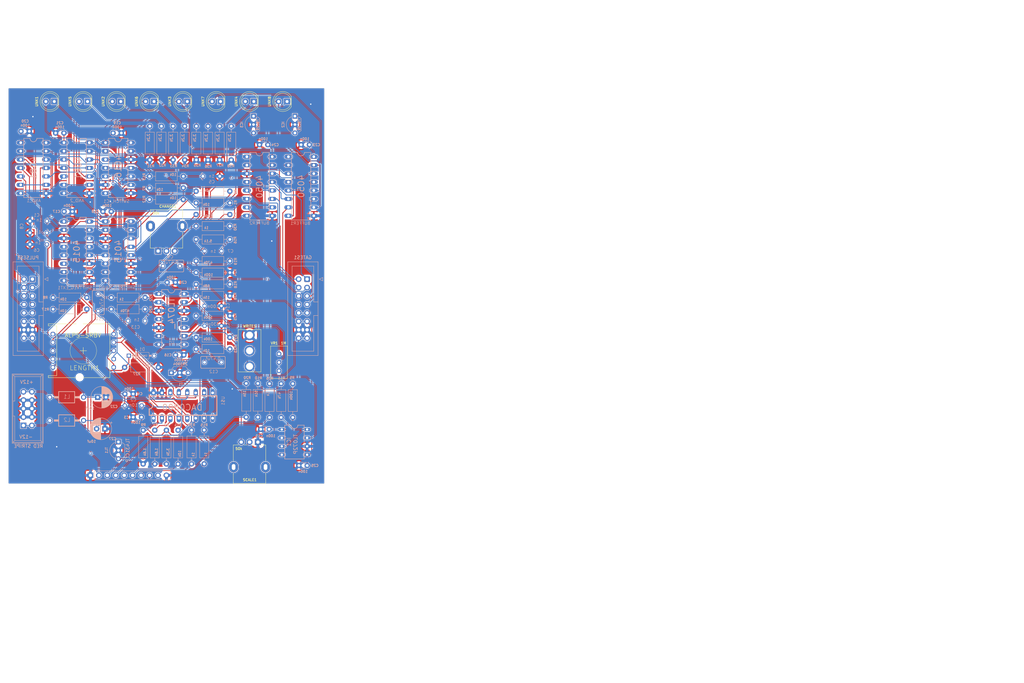
<source format=kicad_pcb>
(kicad_pcb (version 20211014) (generator pcbnew)
  (layers (0 "F.Cu" signal) (31 "B.Cu" signal) (34 "B.Paste" user) (35 "F.Paste" user) (36 "B.SilkS" user "B.Silkscreen") (37 "F.SilkS" user "F.Silkscreen") (38 "B.Mask" user) (39 "F.Mask" user) (44 "Edge.Cuts" user))
  (net 0 "")
  (net 1 "/B1")
  (net 2 "/BUFFCLK")
  (net 3 "/PULSE8")
  (net 4 "/PULSE6")
  (net 5 "/B3")
  (net 6 "GND")
  (net 7 "/B4")
  (net 8 "/PULSE5")
  (net 9 "/PULSE7")
  (net 10 "/B2")
  (net 11 "/+12V")
  (net 12 "/B8")
  (net 13 "/BUFFCLK2")
  (net 14 "/PULSE1")
  (net 15 "/PULSE2")
  (net 16 "/B7")
  (net 17 "/B6")
  (net 18 "/PULSE3")
  (net 19 "/PULSE4")
  (net 20 "/B5")
  (net 21 "Net-(BUFFER1-Pad1)")
  (net 22 "/CLOCK")
  (net 23 "/GATE5")
  (net 24 "/GATE6")
  (net 25 "/GATE8")
  (net 26 "/GATE7")
  (net 27 "/PULSE_OUT")
  (net 28 "Net-(BUFFER2-Pad1)")
  (net 29 "/GATE1")
  (net 30 "/GATE2")
  (net 31 "/GATE3")
  (net 32 "/GATE4")
  (net 34 "/-12V")
  (net 35 "Net-(BUFFER1-Pad15)")
  (net 36 "Net-(C10-Pad2)")
  (net 37 "Net-(C1-Pad2)")
  (net 38 "/NOISE")
  (net 39 "Net-(C12-Pad1)")
  (net 40 "Net-(C2-Pad1)")
  (net 41 "Net-(C6-Pad2)")
  (net 42 "Net-(C7-Pad1)")
  (net 43 "Net-(C7-Pad2)")
  (net 44 "/START_OF_LOOP")
  (net 45 "Net-(C13-Pad2)")
  (net 46 "Net-(C11-Pad2)")
  (net 47 "/STEP_12")
  (net 48 "Net-(CHANGE1-Pad2)")
  (net 49 "Net-(CHANGE1-Pad3)")
  (net 50 "/CLOCK_IN")
  (net 51 "/CV_IN")
  (net 52 "/CV_OUT")
  (net 53 "/+12V_INLET")
  (net 54 "Net-(C12-Pad2)")
  (net 55 "/-12V_INLET")
  (net 56 "Net-(IC1-Pad1)")
  (net 57 "/LOOP_CTRL")
  (net 58 "Net-(IC1-Pad7)")
  (net 59 "/END_OF_LOOP")
  (net 60 "/STEP_16")
  (net 61 "/NOISE_OUT")
  (net 62 "Net-(C10-Pad1)")
  (net 63 "Net-(C13-Pad1)")
  (net 64 "Net-(C14-Pad2)")
  (net 65 "Net-(CHANGE1-Pad1)")
  (net 72 "Net-(R15-Pad2)")
  (net 73 "Net-(D1-PadA)")
  (net 75 "Net-(R33-Pad1)")
  (net 77 "Net-(R4-Pad1)")
  (net 78 "Net-(R2-Pad2)")
  (net 79 "Net-(R5-Pad1)")
  (net 80 "Net-(R7-Pad1)")
  (net 81 "Net-(R34-Pad1)")
  (net 82 "Net-(R9-Pad2)")
  (net 83 "Net-(R12-Pad1)")
  (net 84 "Net-(R36-Pad2)")
  (net 85 "Net-(R13-Pad2)")
  (net 86 "Net-(R17-Pad1)")
  (net 87 "Net-(R23-Pad2)")
  (net 89 "Net-(R30-Pad1)")
  (net 90 "Net-(R31-Pad1)")
  (net 91 "Net-(R32-Pad1)")
  (net 92 "Net-(R35-Pad2)")
  (net 93 "Net-(R37-Pad2)")
  (net 94 "Net-(R38-Pad2)")
  (footprint "ao_tht:LED_D5.0mm" (layer "F.Cu") (at 111.275 52.5 180)
    (fp_text reference "UNK8")
    (fp_text value "LED5MM" hide)
  )
  (footprint "ao_tht:LED_D5.0mm" (layer "F.Cu") (at 41.275 52.5 180)
    (fp_text reference "UNK1")
    (fp_text value "LED5MM" hide)
  )
  (footprint "ao_tht:LED_D5.0mm" (layer "F.Cu") (at 51.275 52.5 180)
    (fp_text reference "UNK5")
    (fp_text value "LED5MM" hide)
  )
  (footprint "ao_tht:LED_D5.0mm" (layer "F.Cu") (at 101.275 52.5 180)
    (fp_text reference "UNK4")
    (fp_text value "LED5MM" hide)
  )
  (footprint "ao_tht:SPDT-toggle-switch-1M-series" (layer "F.Cu") (at 100 127.5)
    (fp_text reference "WRITE1")
    (fp_text value "T-80-T-SPDT-ON-OFF-ON")
  )
  (footprint "ao_tht:LED_D5.0mm" (layer "F.Cu") (at 91.275 52.5 180)
    (fp_text reference "UNK7")
    (fp_text value "LED5MM" hide)
  )
  (footprint "ao_tht:Potentiometer_Bourns_3296W_Vertical_screw_centered" (layer "F.Cu") (at 110 127.5 90)
    (fp_text reference "VR1")
    (fp_text value "1M" hide)
  )
  (footprint "ao_tht:LED_D5.0mm" (layer "F.Cu") (at 71.275 52.5 180)
    (fp_text reference "UNK6")
    (fp_text value "LED5MM" hide)
  )
  (footprint "ao_tht:Potentiometer_Alpha_RD901F-40-00D_Single_Vertical_centered" (layer "F.Cu") (at 100 162.5 -90)
    (fp_text reference "SCALE1")
    (fp_text value "50k" hide)
  )
  (footprint "TuringFront:ALPS-SRBV" (layer "F.Cu") (at 50 127.5 90)
    (fp_text reference "LENGTH1")
    (fp_text value "ALPS-SRBV")
  )
  (footprint "ao_tht:LED_D5.0mm" (layer "F.Cu") (at 61.275 52.5 180)
    (fp_text reference "UNK2")
    (fp_text value "LED5MM" hide)
  )
  (footprint "ao_tht:Potentiometer_Alpha_RD901F-40-00D_Single_Vertical_centered" (layer "F.Cu") (at 75 90 90)
    (fp_text reference "CHANGE1")
    (fp_text value "50k" hide)
  )
  (footprint "ao_tht:LED_D5.0mm" (layer "F.Cu") (at 81.275 52.5 180)
    (fp_text reference "UNK3")
    (fp_text value "LED5MM" hide)
  )
  (footprint "Connector_IDC:IDC-Header_2x08_P2.54mm_Vertical" (layer "B.Cu") (at 34.7025 105.96 180)
    (fp_text reference "PULSES1")
    (fp_text value "MA08-2" hide)
  )
  (footprint "ao_tht:R_Axial_DIN0207_L6.3mm_D2.5mm_P10.16mm_Horizontal" (layer "B.Cu") (at 71.5 151.42 -90)
    (fp_text reference "R4")
    (fp_text value "1.6k" hide)
  )
  (footprint "ao_tht:R_Axial_DIN0207_L6.3mm_D2.5mm_P10.16mm_Horizontal" (layer "B.Cu") (at 83.92 127)
    (fp_text reference "R23")
    (fp_text value "10k" hide)
  )
  (footprint "ao_tht:R_Axial_DIN0207_L6.3mm_D2.5mm_P10.16mm_Horizontal" (layer "B.Cu") (at 62.42 132.5)
    (fp_text reference "R27")
    (fp_text value "10k" hide)
  )
  (footprint "ao_tht:R_Axial_DIN0207_L6.3mm_D2.5mm_P10.16mm_Horizontal" (layer "B.Cu") (at 102.5 147.5 90)
    (fp_text reference "R10")
    (fp_text value "51k" hide)
  )
  (footprint "ao_tht:R_Axial_DIN0207_L6.3mm_D2.5mm_P10.16mm_Horizontal" (layer "B.Cu") (at 109.5 137.42 -90)
    (fp_text reference "R11")
    (fp_text value "47k" hide)
  )
  (footprint "ao_tht:TO-92_Inline_Wide" (layer "B.Cu") (at 113.644 56.896 -90)
    (fp_text reference "IC2")
    (fp_text value "78L09")
  )
  (footprint "ao_tht:R_Axial_DIN0207_L6.3mm_D2.5mm_P10.16mm_Horizontal" (layer "B.Cu") (at 94.08 90 180)
    (fp_text reference "R30")
    (fp_text value "1k" hide)
  )
  (footprint "TuringBack:BL01RN1A" (layer "B.Cu") (at 45 141.5)
    (fp_text reference "L1")
    (fp_text value "BL01RN1A" hide)
  )
  (footprint "ao_tht:C_Disc_D3.0mm_W1.6mm_P2.50mm" (layer "B.Cu") (at 65 140.5 180)
    (fp_text reference "C4")
    (fp_text value "100n")
  )
  (footprint "ao_tht:Power_Header" (layer "B.Cu") (at 32 150)
    (fp_text reference "SV1" hide)
    (fp_text value "10_PIN_HEADER" hide)
  )
  (footprint "ao_tht:C_Disc_D3.0mm_W1.6mm_P2.50mm" (layer "B.Cu") (at 77.704 106.934 180)
    (fp_text reference "C26")
    (fp_text value "100n")
  )
  (footprint "ao_tht:CP_Radial_D6.3mm_P2.50mm" (layer "B.Cu") (at 56.5 151 180)
    (fp_text reference "C27")
    (fp_text value "10uf" hide)
  )
  (footprint "ao_tht:R_Axial_DIN0207_L6.3mm_D2.5mm_P10.16mm_Horizontal" (layer "B.Cu") (at 83.92 79.5)
    (fp_text reference "R6")
    (fp_text value "10k" hide)
  )
  (footprint "TuringBack:DIL16" (layer "B.Cu") (at 60.5 97.5 -90)
    (fp_text reference "SHIFTREG_MAIN1")
    (fp_text value "4015")
  )
  (footprint "TuringFront:DO35-7" (layer "B.Cu") (at 67.5 129)
    (fp_text reference "D1")
    (fp_text value "1N4148")
  )
  (footprint "ao_tht:R_Axial_DIN0207_L6.3mm_D2.5mm_P10.16mm_Horizontal" (layer "B.Cu") (at 70 59.92 -90)
    (fp_text reference "R31")
    (fp_text value "2.2k" hide)
  )
  (footprint "ao_tht:R_Axial_DIN0207_L6.3mm_D2.5mm_P10.16mm_Horizontal" (layer "B.Cu") (at 94.5 70.08 90)
    (fp_text reference "R38")
    (fp_text value "2.2k" hide)
  )
  (footprint "ao_tht:R_Axial_DIN0207_L6.3mm_D2.5mm_P10.16mm_Horizontal" (layer "B.Cu") (at 51.08 111.5 180)
    (fp_text reference "R8")
    (fp_text value "10k" hide)
  )
  (footprint "ao_tht:C_Disc_D3.0mm_W1.6mm_P2.50mm" (layer "B.Cu") (at 115.5 65.5)
    (fp_text reference "C23")
    (fp_text value "100n")
  )
  (footprint "TuringFront:C050-024X044" (layer "B.Cu") (at 66 118.5 180)
    (fp_text reference "C13")
    (fp_text value "1n")
  )
  (footprint "ao_tht:C_Disc_D3.0mm_W1.6mm_P2.50mm" (layer "B.Cu") (at 103 65.5)
    (fp_text reference "C24")
    (fp_text value "100n")
  )
  (footprint "ao_tht:R_Axial_DIN0207_L6.3mm_D2.5mm_P10.16mm_Horizontal" (layer "B.Cu") (at 78.5 151.42 -90)
    (fp_text reference "R14")
    (fp_text value "10k" hide)
  )
  (footprint "ao_tht:R_Axial_DIN0207_L6.3mm_D2.5mm_P10.16mm_Horizontal" (layer "B.Cu") (at 87.5 70.08 90)
    (fp_text reference "R36")
    (fp_text value "2.2k" hide)
  )
  (footprint "ao_tht:R_Axial_DIN0207_L6.3mm_D2.5mm_P10.16mm_Horizontal" (layer "B.Cu") (at 106 147.58 90)
    (fp_text reference "R26")
    (fp_text value "1k" hide)
  )
  (footprint "ao_tht:R_Axial_DIN0207_L6.3mm_D2.5mm_P10.16mm_Horizontal" (layer "B.Cu") (at 58.42 115)
    (fp_text reference "R29")
    (fp_text value "470k" hide)
  )
  (footprint "ao_tht:R_Axial_DIN0207_L6.3mm_D2.5mm_P10.16mm_Horizontal" (layer "B.Cu") (at 99 147.5 90)
    (fp_text reference "R20")
    (fp_text value "15k" hide)
  )
  (footprint "ao_tht:R_Axial_DIN0207_L6.3mm_D2.5mm_P10.16mm_Horizontal" (layer "B.Cu") (at 94.08 111 180)
    (fp_text reference "R28")
    (fp_text value "15k" hide)
  )
  (footprint "TuringFront:C050-024X044" (layer "B.Cu") (at 36.5 95.5)
    (fp_text reference "C6")
    (fp_text value "1n")
  )
  (footprint "TuringFront:C050-024X044" (layer "B.Cu") (at 89 120 180)
    (fp_text reference "C11")
    (fp_text value "330pf")
  )
  (footprint "ao_tht:C_Disc_D3.0mm_W1.6mm_P2.50mm" (layer "B.Cu") (at 31.262 61.468)
    (fp_text reference "C20")
    (fp_text value "100n")
  )
  (footprint "ao_tht:R_Axial_DIN0207_L6.3mm_D2.5mm_P10.16mm_Horizontal" (layer "B.Cu") (at 80.5 59.92 -90)
    (fp_text reference "R34")
    (fp_text value "2.2k" hide)
  )
  (footprint "ao_tht:C_Disc_D3.0mm_W1.6mm_P2.50mm" (layer "B.Cu") (at 58.948 61.976)
    (fp_text reference "C19")
    (fp_text value "100n")
  )
  (footprint "TuringFront:C050-024X044" (layer "B.Cu") (at 36.5 92)
    (fp_text reference "C8")
    (fp_text value "1n")
  )
  (footprint "ao_tht:TO-92_Inline_Wide" (layer "B.Cu") (at 76.46 134.14)
    (fp_text reference "T1")
    (fp_text value "2N3904" hide)
  )
  (footprint "TuringBack:DIL14" (layer "B.Cu") (at 48 72.5 -90)
    (fp_text reference "AND_2")
    (fp_text value "4081")
  )
  (footprint "TuringFront:DIL14" (layer "B.Cu") (at 76.5 118 -90)
    (fp_text reference "U1")
    (fp_text value "TL074_")
  )
  (footprint "ao_tht:R_Axial_DIN0207_L6.3mm_D2.5mm_P10.16mm_Horizontal" (layer "B.Cu") (at 94.08 107.5 180)
    (fp_text reference "R18")
    (fp_text value "68k" hide)
  )
  (footprint "ao_tht:R_Axial_DIN0207_L6.3mm_D2.5mm_P10.16mm_Horizontal" (layer "B.Cu") (at 83.92 83)
    (fp_text reference "R1")
    (fp_text value "10k" hide)
  )
  (footprint "TuringFront:C050-024X044" (layer "B.Cu") (at 65 144 180)
    (fp_text reference "C2")
    (fp_text value "10n")
  )
  (footprint "ao_tht:C_Disc_D3.0mm_W1.6mm_P2.50mm" (layer "B.Cu") (at 41.676 61.976)
    (fp_text reference "C21")
    (fp_text value "100n")
  )
  (footprint "ao_tht:C_Disc_D3.0mm_W1.6mm_P2.50mm" (layer "B.Cu") (at 77.744 128.778)
    (fp_text reference "C16")
    (fp_text value "100n")
  )
  (footprint "ao_tht:R_Axial_DIN0207_L6.3mm_D2.5mm_P10.16mm_Horizontal" (layer "B.Cu") (at 73.5 59.92 -90)
    (fp_text reference "R32")
    (fp_text value "2.2k" hide)
  )
  (footprint "ao_tht:R_Axial_DIN0207_L6.3mm_D2.5mm_P10.16mm_Horizontal" (layer "B.Cu") (at 94.08 100.5 180)
    (fp_text reference "R19")
    (fp_text value "470k" hide)
  )
  (footprint "TuringBack:DIL14" (layer "B.Cu") (at 35 72.5 -90)
    (fp_text reference "AND_1")
    (fp_text value "4081")
  )
  (footprint "ao_tht:R_Axial_DIN0207_L6.3mm_D2.5mm_P10.16mm_Horizontal" (layer "B.Cu") (at 69.92 78.5)
    (fp_text reference "R7")
    (fp_text value "10k" hide)
  )
  (footprint "ao_tht:R_Axial_DIN0207_L6.3mm_D2.5mm_P10.16mm_Horizontal" (layer "B.Cu") (at 40.92 115)
    (fp_text reference "R17")
    (fp_text value "10k" hide)
  )
  (footprint "ao_tht:R_Axial_DIN0207_L6.3mm_D2.5mm_P10.16mm_Horizontal" (layer "B.Cu") (at 80.08 75 180)
    (fp_text reference "R13")
    (fp_text value "10k" hide)
  )
  (footprint "ao_tht:R_Axial_DIN0207_L6.3mm_D2.5mm_P10.16mm_Horizontal" (layer "B.Cu") (at 69.92 82)
    (fp_text reference "R12")
    (fp_text value "10k" hide)
  )
  (footprint "ao_tht:C_Disc_D3.0mm_W1.6mm_P2.50mm" (layer "B.Cu") (at 103.378 151.13)
    (fp_text reference "C15")
    (fp_text value "100n")
  )
  (footprint "ao_tht:TO-92_Inline_Wide" (layer "B.Cu") (at 60.558 154.94 -90)
    (fp_text reference "TL1")
    (fp_text value "TL431CLP")
  )
  (footprint "ao_tht:R_Axial_DIN0207_L6.3mm_D2.5mm_P10.16mm_Horizontal" (layer "B.Cu") (at 84 70.08 90)
    (fp_text reference "R35")
    (fp_text value "2.2k" hide)
  )
  (footprint "ao_tht:C_Disc_D3.0mm_W1.6mm_P2.50mm" (layer "B.Cu") (at 117.328 162.052 180)
    (fp_text reference "C25")
    (fp_text value "100n")
  )
  (footprint "ao_tht:R_Axial_DIN0207_L6.3mm_D2.5mm_P10.16mm_Horizontal" (layer "B.Cu") (at 83.92 86.5)
    (fp_text reference "R3")
    (fp_text value "100k" hide)
  )
  (footprint "ao_tht:R_Axial_DIN0207_L6.3mm_D2.5mm_P10.16mm_Horizontal" (layer "B.Cu") (at 94.08 123.5 180)
    (fp_text reference "R21")
    (fp_text value "100k" hide)
  )
  (footprint "TuringBack:DIL14" (layer "B.Cu") (at 60.5 72.5 -90)
    (fp_text reference "SWITCH_IC1")
    (fp_text value "4016")
  )
  (footprint "ao_tht:TO-92_Inline_Wide" (layer "B.Cu") (at 101.198 56.896 -90)
    (fp_text reference "IC3")
    (fp_text value "78L09")
  )
  (footprint "ao_tht:R_Axial_DIN0207_L6.3mm_D2.5mm_P10.16mm_Horizontal" (layer "B.Cu") (at 75 151.42 -90)
    (fp_text reference "R2")
    (fp_text value "3.3k" hide)
  )
  (footprint "TuringBack:DIL16" (layer "B.Cu") (at 103 78 -90)
    (fp_text reference "BUFFER2")
    (fp_text value "4050")
  )
  (footprint "ao_tht:R_Axial_DIN0207_L6.3mm_D2.5mm_P10.16mm_Horizontal" (layer "B.Cu") (at 94.08 94 180)
    (fp_text reference "R16")
    (fp_text value "5.1k" hide)
  )
  (footprint "ao_tht:R_Axial_DIN0207_L6.3mm_D2.5mm_P10.16mm_Horizontal" (layer "B.Cu") (at 113 137.42 -90)
    (fp_text reference "R5")
    (fp_text value "100k" hide)
  )
  (footprint "TuringFront:C050-024X044" (layer "B.Cu") (at 88.5 75 180)
    (fp_text reference "C5")
    (fp_text value "1n")
  )
  (footprint "ao_tht:C_Disc_D3.0mm_W1.6mm_P2.50mm" (layer "B.Cu") (at 58.4 85.598 180)
    (fp_text reference "C18")
    (fp_text value "100n")
  )
  (footprint "TuringFront:C050-035X075" (layer "B.Cu") (at 89 131)
    (fp_text reference "C12")
    (fp_text value "0.47uf")
  )
  (footprint "ao_tht:CP_Radial_D6.3mm_P2.50mm" (layer "B.Cu") (at 54.3176 141.5)
    (fp_text reference "C22")
    (fp_text value "10uf" hide)
  )
  (footprint "TuringFront:C050-024X044" (layer "B.Cu") (at 89 97.5 180)
    (fp_text reference "C7")
    (fp_text value "1n")
  )
  (footprint "TuringFront:C050-024X044" (layer "B.Cu") (at 36.5 88.5)
    (fp_text reference "C1")
    (fp_text value "1n")
  )
  (footprint "TuringFront:DIL16" (layer "B.Cu") (at 80 144)
    (fp_text reference "U$1")
    (fp_text value "DAC0800")
  )
  (footprint "ao_tht:C_Disc_D3.0mm_W1.6mm_P2.50mm" (layer "B.Cu") (at 65 147.5)
    (fp_text reference "C3")
    (fp_text value "100n")
  )
  (footprint "ao_tht:R_Axial_DIN0207_L6.3mm_D2.5mm_P10.16mm_Horizontal" (layer "B.Cu") (at 68.58 111.5 180)
    (fp_text reference "R22")
    (fp_text value "1k" hide)
  )
  (footprint "ao_tht:C_Disc_D3.0mm_W1.6mm_P2.50mm" (layer "B.Cu") (at 44.216 85.598)
    (fp_text reference "C17")
    (fp_text value "100n")
  )
  (footprint "ao_tht:R_Axial_DIN0207_L6.3mm_D2.5mm_P10.16mm_Horizontal" (layer "B.Cu") (at 94.08 117 180)
    (fp_text reference "R25")
    (fp_text value "100k" hide)
  )
  (footprint "ao_tht:R_Axial_DIN0207_L6.3mm_D2.5mm_P10.16mm_Horizontal" (layer "B.Cu") (at 68 161.58 90)
    (fp_text reference "R9")
    (fp_text value "1.6k" hide)
  )
  (footprint "ao_tht:R_Axial_DIN0207_L6.3mm_D2.5mm_P10.16mm_Horizontal" (layer "B.Cu") (at 77 59.92 -90)
    (fp_text reference "R33")
    (fp_text value "2.2k" hide)
  )
  (footprint "TuringFront:C050-035X075" (layer "B.Cu") (at 76.5 102)
    (fp_text reference "C9")
    (fp_text value "0.47uf")
  )
  (footprint "TuringFront:C050-024X044" (layer "B.Cu") (at 89 114 180)
    (fp_text reference "C14")
    (fp_text value "100n")
  )
  (footprint "TuringBack:DIL08" (layer "B.Cu") (at 113.5 155 -90)
    (fp_text reference "IC1")
    (fp_text value "TL072P")
  )
  (footprint "ao_tht:R_Axial_DIN0207_L6.3mm_D2.5mm_P10.16mm_Horizontal" (layer "B.Cu") (at 82.55 161.544 90)
    (fp_text reference "R39")
    (fp_text value "1k")
  )
  (footprint "ao_tht:R_Axial_DIN0207_L6.3mm_D2.5mm_P10.16mm_Horizontal" (layer "B.Cu") (at 86.36 161.544 90)
    (fp_text reference "R15")
    (fp_text value "1k")
  )
  (footprint "TuringBack:DIL16" (layer "B.Cu") (at 115.5 78 -90)
    (fp_text reference "BUFFER1")
    (fp_text value "4050")
  )
  (footprint "ao_tht:R_Axial_DIN0207_L6.3mm_D2.5mm_P10.16mm_Horizontal" (layer "B.Cu") (at 91 70.08 90)
    (fp_text reference "R37")
    (fp_text value "2.2k" hide)
  )
  (footprint "Connector_IDC:IDC-Header_2x08_P2.54mm_Vertical" (layer "B.Cu") (at 117.3025 105.96 180)
    (fp_text reference "GATES1")
    (fp_text value "MA08-2" hide)
  )
  (footprint "TuringBack:DIL16" (layer "B.Cu") (at 48 97.5 -90)
    (fp_text reference "SHIFTREG_EXT1")
    (fp_text value "4015")
  )
  (footprint "Connector_PinHeader_2.54mm:PinHeader_1x10_P2.54mm_Vertical" (layer "B.Cu") (at 52.14 165 -90)
    (fp_text reference "J2" hide)
    (fp_text value "Conn_01x10_Male" hide)
  )
  (footprint "ao_tht:R_Axial_DIN0207_L6.3mm_D2.5mm_P10.16mm_Horizontal" (layer "B.Cu") (at 94.08 104 180)
    (fp_text reference "R24")
    (fp_text value "100k" hide)
  )
  (footprint "TuringBack:BL01RN1A" (layer "B.Cu") (at 45 148.5)
    (fp_text reference "L2")
    (fp_text value "BL01RN1A" hide)
  )
  (footprint "TuringFront:C050-035X075" (layer "B.Cu") (at 54.5 113 90)
    (fp_text reference "C10")
    (fp_text value "0.47uf")
  )
  (gr_line (start 27.5 167.5) (end 122.5 167.5) (layer "Edge.Cuts") (width 0.05))
  (gr_line (start 122.5 48.5) (end 27.5 48.5) (layer "Edge.Cuts") (width 0.05))
  (gr_line (start 27.5 48.5) (end 27.5 167.5) (layer "Edge.Cuts") (width 0.05))
  (gr_line (start 122.5 167.5) (end 122.5 48.5) (layer "Edge.Cuts") (width 0.05))
  (segment (start 39.0582 87.1007) (end 40.3548 87.1007) (width 0.25) (layer "F.Cu") (net 1))
  (segment (start 37.88784 113.73806) (end 37.88784 88.27106) (width 0.25) (layer "F.Cu") (net 1))
  (segment (start 40.7311 86.7244) (end 40.7311 65.3042) (width 0.25) (layer "F.Cu") (net 1))
  (segment (start 37.846 113.7799) (end 37.88784 113.73806) (width 0.25) (layer "F.Cu") (net 1))
  (segment (start 113.1869 86.89) (end 113.1869 67.9795) (width 0.25) (layer "F.Cu") (net 1))
  (segment (start 40.3548 87.1007) (end 40.7311 86.7244) (width 0.25) (layer "F.Cu") (net 1))
  (segment (start 37.846 126.042) (end 37.846 113.7799) (width 0.25) (layer "F.Cu") (net 1))
  (segment (start 107.5473 52.5) (end 106.1473 51.1) (width 0.25) (layer "F.Cu") (net 1))
  (segment (start 65.8069 91.15) (end 64.31 91.15) (width 0.25) (layer "F.Cu") (net 1))
  (segment (start 38.81 64.88) (end 40.3069 64.88) (width 0.25) (layer "F.Cu") (net 1))
  (segment (start 40.85 130) (end 40.85 129.046) (width 0.25) (layer "F.Cu") (net 1))
  (segment (start 113.1869 67.9795) (end 108.725 63.5176) (width 0.25) (layer "F.Cu") (net 1))
  (segment (start 78.2364 70.7894) (end 78.2364 78.7205) (width 0.25) (layer "F.Cu") (net 1))
  (segment (start 78.2364 78.7205) (end 65.8069 91.15) (width 0.25) (layer "F.Cu") (net 1))
  (segment (start 37.88784 88.27106) (end 39.0582 87.1007) (width 0.25) (layer "F.Cu") (net 1))
  (segment (start 40.7311 65.3042) (end 40.3069 64.88) (width 0.25) (layer "F.Cu") (net 1))
  (segment (start 108.725 63.5176) (end 108.725 52.5) (width 0.25) (layer "F.Cu") (net 1))
  (segment (start 106.1473 51.1) (end 97.9258 51.1) (width 0.25) (layer "F.Cu") (net 1))
  (segment (start 111.69 86.89) (end 113.1869 86.89) (width 0.25) (layer "F.Cu") (net 1))
  (segment (start 40.85 129.046) (end 37.846 126.042) (width 0.25) (layer "F.Cu") (net 1))
  (segment (start 97.9258 51.1) (end 78.2364 70.7894) (width 0.25) (layer "F.Cu") (net 1))
  (segment (start 108.725 52.5) (end 107.5473 52.5) (width 0.25) (layer "F.Cu") (net 1))
  (via (at 40.3548 87.1007) (size 0.8) (drill 0.4) (layers "F.Cu" "B.Cu") (net 1))
  (segment (start 81.27 140.19) (end 81.27 141.6869) (width 0.25) (layer "B.Cu") (net 1))
  (segment (start 79.625 150.295) (end 78.5 151.42) (width 0.25) (layer "B.Cu") (net 1))
  (segment (start 40.85 130) (end 50.3876 130) (width 0.25) (layer "B.Cu") (net 1))
  (segment (start 43.114 89.8599) (end 40.3548 87.1007) (width 0.25) (layer "B.Cu") (net 1))
  (segment (start 79.625 142.122) (end 79.625 150.295) (width 0.25) (layer "B.Cu") (net 1))
  (segment (start 50.3876 130) (end 62.5096 142.122) (width 0.25) (layer "B.Cu") (net 1))
  (segment (start 62.5096 142.122) (end 79.625 142.122) (width 0.25) (layer "B.Cu") (net 1))
  (segment (start 64.31 91.15) (end 62.8131 91.15) (width 0.25) (layer "B.Cu") (net 1))
  (segment (start 54.6538 90.2627) (end 54.251 89.8599) (width 0.25) (layer "B.Cu") (net 1))
  (segment (start 54.251 89.8599) (end 43.114 89.8599) (width 0.25) (layer "B.Cu") (net 1))
  (segment (start 62.8131 91.15) (end 61.9258 90.2627) (width 0.25) (layer "B.Cu") (net 1))
  (segment (start 79.625 142.122) (end 80.8349 142.122) (width 0.25) (layer "B.Cu") (net 1))
  (segment (start 61.9258 90.2627) (end 54.6538 90.2627) (width 0.25) (layer "B.Cu") (net 1))
  (segment (start 80.8349 142.122) (end 81.27 141.6869) (width 0.25) (layer "B.Cu") (net 1))
  (segment (start 37.48592 113.57158) (end 34.7875 116.27) (width 0.25) (layer "F.Cu") (net 2))
  (segment (start 40.3069 77.58) (end 40.3069 84.0675) (width 0.25) (layer "F.Cu") (net 2))
  (segment (start 37.48592 86.88848) (end 37.48592 113.57158) (width 0.25) (layer "F.Cu") (net 2))
  (segment (start 38.81 77.58) (end 40.2062 77.58) (width 0.25) (layer "F.Cu") (net 2))
  (segment (start 38.81 67.42) (end 40.3069 67.42) (width 0.25) (layer "F.Cu") (net 2))
  (segment (start 40.2062 77.58) (end 40.3069 77.58) (width 0.25) (layer "F.Cu") (net 2))
  (segment (start 40.3069 84.0675) (end 37.48592 86.88848) (width 0.25) (layer "F.Cu") (net 2))
  (segment (start 40.3069 77.58) (end 40.3069 67.42) (width 0.25) (layer "F.Cu") (net 2))
  (segment (start 103.124 68.072) (end 96.52 68.072) (width 0.25) (layer "B.Cu") (net 2))
  (segment (start 34.7875 116.27) (end 32.2475 116.27) (width 0.25) (layer "B.Cu") (net 2))
  (segment (start 41.1942 68.3073) (end 40.3069 67.42) (width 0.25) (layer "B.Cu") (net 2))
  (segment (start 106.81 71.65) (end 104.416 71.65) (width 0.25) (layer "B.Cu") (net 2))
  (segment (start 40.3069 67.42) (end 38.81 67.42) (width 0.25) (layer "B.Cu") (net 2))
  (segment (start 103.632 70.866) (end 103.632 68.58) (width 0.25) (layer "B.Cu") (net 2))
  (segment (start 54.0978 68.7806) (end 53.6245 68.3073) (width 0.25) (layer "B.Cu") (net 2))
  (segment (start 95.8114 68.7806) (end 54.0978 68.7806) (width 0.25) (layer "B.Cu") (net 2))
  (segment (start 53.6245 68.3073) (end 41.1942 68.3073) (width 0.25) (layer "B.Cu") (net 2))
  (segment (start 104.416 71.65) (end 103.632 70.866) (width 0.25) (layer "B.Cu") (net 2))
  (segment (start 96.52 68.072) (end 95.8114 68.7806) (width 0.25) (layer "B.Cu") (net 2))
  (segment (start 103.632 68.58) (end 103.124 68.072) (width 0.25) (layer "B.Cu") (net 2))
  (segment (start 31.19 67.42) (end 38.81 67.42) (width 0.25) (layer "B.Cu") (net 2))
  (segment (start 31.19 77.58) (end 38.81 77.58) (width 0.25) (layer "B.Cu") (net 2))
  (segment (start 28.45 110.95) (end 31.08 113.58) (width 0.25) (layer "B.Cu") (net 3))
  (segment (start 28.45 70.836672) (end 28.45 110.95) (width 0.25) (layer "B.Cu") (net 3))
  (segment (start 37.92348 69.07348) (end 30.213192 69.07348) (width 0.25) (layer "B.Cu") (net 3))
  (segment (start 38.81 69.96) (end 37.92348 69.07348) (width 0.25) (layer "B.Cu") (net 3))
  (segment (start 30.213192 69.07348) (end 28.45 70.836672) (width 0.25) (layer "B.Cu") (net 3))
  (segment (start 31.08 113.58) (end 32.1625 113.58) (width 0.25) (layer "B.Cu") (net 3))
  (segment (start 37.084 108.666) (end 37.084 72.5) (width 0.25) (layer "F.Cu") (net 4))
  (segment (start 32.1625 111.04) (end 33.4025 109.8) (width 0.25) (layer "F.Cu") (net 4))
  (segment (start 33.4025 109.8) (end 35.95 109.8) (width 0.25) (layer "F.Cu") (net 4))
  (segment (start 35.95 109.8) (end 37.084 108.666) (width 0.25) (layer "F.Cu") (net 4))
  (segment (start 37.084 72.5) (end 38.81 72.5) (width 0.25) (layer "F.Cu") (net 4))
  (segment (start 53.605 101.6121) (end 52.74902 102.46808) (width 0.25) (layer "F.Cu") (net 5))
  (segment (start 52.74902 102.46808) (end 50.18592 102.46808) (width 0.25) (layer "F.Cu") (net 5))
  (segment (start 42.5 130.85) (end 40.85 132.5) (width 0.25) (layer "F.Cu") (net 5))
  (segment (start 53.605 99.0377) (end 53.605 101.6121) (width 0.25) (layer "F.Cu") (net 5))
  (segment (start 85.9473 50.9) (end 87.5473 52.5) (width 0.25) (layer "F.Cu") (net 5))
  (segment (start 52.578 118.422) (end 42.5 128.5) (width 0.25) (layer "F.Cu") (net 5))
  (segment (start 53.5963 73) (end 53.7737 73.1774) (width 0.25) (layer "F.Cu") (net 5))
  (segment (start 65.88165 50.9) (end 85.9473 50.9) (width 0.25) (layer "F.Cu") (net 5))
  (segment (start 42.5 128.5) (end 42.5 130.85) (width 0.25) (layer "F.Cu") (net 5))
  (segment (start 53.546189 71.069613) (end 53.75 70.865802) (width 0.25) (layer "F.Cu") (net 5))
  (segment (start 53.5963 73) (end 53.546189 72.949889) (width 0.25) (layer "F.Cu") (net 5))
  (segment (start 49.276 111.5334) (end 52.578 114.8354) (width 0.25) (layer "F.Cu") (net 5))
  (segment (start 53.75 70.865802) (end 53.75 63.03165) (width 0.25) (layer "F.Cu") (net 5))
  (segment (start 53.546189 72.949889) (end 53.546189 71.069613) (width 0.25) (layer "F.Cu") (net 5))
  (segment (start 87.5473 52.5) (end 88.725 52.5) (width 0.25) (layer "F.Cu") (net 5))
  (segment (start 53.75 63.03165) (end 65.88165 50.9) (width 0.25) (layer "F.Cu") (net 5))
  (segment (start 53.7737 73.1774) (end 53.7737 98.869) (width 0.25) (layer "F.Cu") (net 5))
  (segment (start 52.578 114.8354) (end 52.578 118.422) (width 0.25) (layer "F.Cu") (net 5))
  (segment (start 50.18592 102.46808) (end 49.276 103.378) (width 0.25) (layer "F.Cu") (net 5))
  (segment (start 53.7737 98.869) (end 53.605 99.0377) (width 0.25) (layer "F.Cu") (net 5))
  (segment (start 49.276 103.378) (end 49.276 111.5334) (width 0.25) (layer "F.Cu") (net 5))
  (via (at 53.605 99.0377) (size 0.8) (drill 0.4) (layers "F.Cu" "B.Cu") (net 5))
  (via (at 53.5963 73) (size 0.8) (drill 0.4) (layers "F.Cu" "B.Cu") (net 5))
  (segment (start 53.5963 73) (end 52.8463 73.75) (width 0.25) (layer "B.Cu") (net 5))
  (segment (start 78.5242 152.9201) (end 82.54 148.9043) (width 0.25) (layer "B.Cu") (net 5))
  (segment (start 41.5969 73.75) (end 40.3069 75.04) (width 0.25) (layer "B.Cu") (net 5))
  (segment (start 52.8463 73.75) (end 41.5969 73.75) (width 0.25) (layer "B.Cu") (net 5))
  (segment (start 90.825 50.4) (end 88.725 52.5) (width 0.25) (layer "B.Cu") (net 5))
  (segment (start 119.31 84.35) (end 120.8069 84.35) (width 0.25) (layer "B.Cu") (net 5))
  (segment (start 121.412 83.7449) (end 121.412 58.428) (width 0.25) (layer "B.Cu") (net 5))
  (segment (start 120.8069 84.35) (end 121.412 83.7449) (width 0.25) (layer "B.Cu") (net 5))
  (segment (start 40.85 140.7648) (end 53.0053 152.9201) (width 0.25) (layer "B.Cu") (net 5))
  (segment (start 82.54 145.4969) (end 86.35 141.6869) (width 0.25) (layer "B.Cu") (net 5))
  (segment (start 86.35 140.19) (end 86.35 141.6869) (width 0.25) (layer "B.Cu") (net 5))
  (segment (start 53.8727 98.77) (end 56.69 98.77) (width 0.25) (layer "B.Cu") (net 5))
  (segment (start 53.605 99.0377) (end 53.8727 98.77) (width 0.25) (layer "B.Cu") (net 5))
  (segment (start 40.85 132.5) (end 40.85 140.7648) (width 0.25) (layer "B.Cu") (net 5))
  (segment (start 113.384 50.4) (end 90.825 50.4) (width 0.25) (layer "B.Cu") (net 5))
  (segment (start 82.54 148.9043) (end 82.54 145.4969) (width 0.25) (layer "B.Cu") (net 5))
  (segment (start 40.3069 75.04) (end 38.81 75.04) (width 0.25) (layer "B.Cu") (net 5))
  (segment (start 121.412 58.428) (end 113.384 50.4) (width 0.25) (layer "B.Cu") (net 5))
  (segment (start 53.0053 152.9201) (end 78.5242 152.9201) (width 0.25) (layer "B.Cu") (net 5))
  (via (at 63.7 144.9) (size 0.8) (drill 0.4) (layers "F.Cu" "B.Cu") (net 6))
  (via (at 118.4 53.3) (size 0.8) (drill 0.4) (layers "F.Cu" "B.Cu") (net 6))
  (via (at 34.85 57.05) (size 0.8) (drill 0.4) (layers "F.Cu" "B.Cu") (net 6))
  (via (at 58.166 82.55) (size 0.8) (drill 0.4) (layers "F.Cu" "B.Cu") (net 6))
  (via (at 106.68 94.488) (size 0.8) (drill 0.4) (layers "F.Cu" "B.Cu") (net 6))
  (via (at 42 156.4) (size 0.8) (drill 0.4) (layers "F.Cu" "B.Cu") (net 6))
  (via (at 94.8 139) (size 0.8) (drill 0.4) (layers "F.Cu" "B.Cu") (net 6))
  (via (at 52.1 82.75) (size 0.8) (drill 0.4) (layers "F.Cu" "B.Cu") (net 6))
  (segment (start 78.735 52.5) (end 74.6234 52.5) (width 0.25) (layer "F.Cu") (net 7))
  (segment (start 56.69 96.23) (end 58.1869 96.23) (width 0.25) (layer "F.Cu") (net 7))
  (segment (start 60.66416 66.45924) (end 60.66416 93.75274) (width 0.25) (layer "F.Cu") (net 7))
  (segment (start 57.3316 129.7276) (end 57.3316 109.5133) (width 0.25) (layer "F.Cu") (net 7))
  (segment (start 57.3316 109.5133) (end 58.928 107.9169) (width 0.25) (layer "F.Cu") (net 7))
  (segment (start 59.15 131.546) (end 57.3316 129.7276) (width 0.25) (layer "F.Cu") (net 7))
  (segment (start 59.15 132.5) (end 59.15 131.546) (width 0.25) (layer "F.Cu") (net 7))
  (segment (start 74.6234 52.5) (end 60.66416 66.45924) (width 0.25) (layer "F.Cu") (net 7))
  (segment (start 58.928 96.9711) (end 58.1869 96.23) (width 0.25) (layer "F.Cu") (net 7))
  (segment (start 58.928 107.9169) (end 58.928 96.9711) (width 0.25) (layer "F.Cu") (net 7))
  (segment (start 60.66416 93.75274) (end 58.1869 96.23) (width 0.25) (layer "F.Cu") (net 7))
  (segment (start 63.3671 137.7891) (end 87.4971 137.7891) (width 0.25) (layer "B.Cu") (net 7))
  (segment (start 87.4971 137.7891) (end 88.89 139.182) (width 0.25) (layer "B.Cu") (net 7))
  (segment (start 117.624 70.38) (end 114.046 66.802) (width 0.25) (layer "B.Cu") (net 7))
  (segment (start 121.01008 71.22008) (end 120.17 70.38) (width 0.25) (layer "B.Cu") (net 7))
  (segment (start 37.313 84.7461) (end 32.6869 80.12) (width 0.25) (layer "B.Cu") (net 7))
  (segment (start 55.1931 96.23) (end 53.9591 94.996) (width 0.25) (layer "B.Cu") (net 7))
  (segment (start 81.788 55.553) (end 78.735 52.5) (width 0.25) (layer "B.Cu") (net 7))
  (segment (start 53.9591 94.996) (end 40.7265 94.996) (width 0.25) (layer "B.Cu") (net 7))
  (segment (start 114.046 66.802) (end 83.312 66.802) (width 0.25) (layer "B.Cu") (net 7))
  (segment (start 83.312 66.802) (end 81.788 65.278) (width 0.25) (layer "B.Cu") (net 7))
  (segment (start 32.6869 80.12) (end 31.19 80.12) (width 0.25) (layer "B.Cu") (net 7))
  (segment (start 59.15 132.5) (end 59.15 133.572) (width 0.25) (layer "B.Cu") (net 7))
  (segment (start 40.7265 94.996) (end 37.313 91.5825) (width 0.25) (layer "B.Cu") (net 7))
  (segment (start 121.01008 79.27) (end 121.01008 71.22008) (width 0.25) (layer "B.Cu") (net 7))
  (segment (start 119.31 79.27) (end 121.01008 79.27) (width 0.25) (layer "B.Cu") (net 7))
  (segment (start 88.89 139.182) (end 88.89 140.19) (width 0.25) (layer "B.Cu") (net 7))
  (segment (start 37.313 91.5825) (end 37.313 84.7461) (width 0.25) (layer "B.Cu") (net 7))
  (segment (start 59.15 133.572) (end 63.3671 137.7891) (width 0.25) (layer "B.Cu") (net 7))
  (segment (start 120.17 70.38) (end 117.624 70.38) (width 0.25) (layer "B.Cu") (net 7))
  (segment (start 81.788 65.278) (end 81.788 55.553) (width 0.25) (layer "B.Cu") (net 7))
  (segment (start 56.69 96.23) (end 55.1931 96.23) (width 0.25) (layer "B.Cu") (net 7))
  (segment (start 32.6908 76.5408) (end 32.6908 86.1908) (width 0.25) (layer "F.Cu") (net 8))
  (segment (start 30.35 88.5316) (end 30.35 109.65) (width 0.25) (layer "F.Cu") (net 8))
  (segment (start 31.19 75.04) (end 32.6908 76.5408) (width 0.25) (layer "F.Cu") (net 8))
  (segment (start 32.6908 86.1908) (end 30.35 88.5316) (width 0.25) (layer "F.Cu") (net 8))
  (via (at 30.35 109.65) (size 0.8) (drill 0.4) (layers "F.Cu" "B.Cu") (net 8))
  (segment (start 30.35 109.65) (end 33.3125 109.65) (width 0.25) (layer "B.Cu") (net 8))
  (segment (start 33.3125 109.65) (end 34.7025 111.04) (width 0.25) (layer "B.Cu") (net 8))
  (segment (start 31.19 72.5) (end 33.8 75.11) (width 0.25) (layer "F.Cu") (net 9))
  (segment (start 33.8 75.11) (end 33.8 85.65) (width 0.25) (layer "F.Cu") (net 9))
  (segment (start 31.035589 88.414411) (end 31.035589 111.506783) (width 0.25) (layer "F.Cu") (net 9))
  (segment (start 31.695717 112.166911) (end 33.289411 112.166911) (width 0.25) (layer "F.Cu") (net 9))
  (segment (start 31.035589 111.506783) (end 31.695717 112.166911) (width 0.25) (layer "F.Cu") (net 9))
  (segment (start 33.8 85.65) (end 31.035589 88.414411) (width 0.25) (layer "F.Cu") (net 9))
  (segment (start 33.289411 112.166911) (end 34.7025 113.58) (width 0.25) (layer "F.Cu") (net 9))
  (segment (start 78.3001 141.6869) (end 83.81 141.6869) (width 0.25) (layer "F.Cu") (net 10))
  (segment (start 35.1 72.3731) (end 32.6869 69.96) (width 0.25) (layer "F.Cu") (net 10))
  (segment (start 93.218 59.1847) (end 93.218 74.3184) (width 0.25) (layer "F.Cu") (net 10))
  (segment (start 70.487 99.85) (end 70.9196 100.2826) (width 0.25) (layer "F.Cu") (net 10))
  (segment (start 77.0848 138.6848) (end 77.0848 140.4716) (width 0.25) (layer "F.Cu") (net 10))
  (segment (start 67.05 99.85) (end 66.802 100.098) (width 0.25) (layer "F.Cu") (net 10))
  (segment (start 78.7857 96.784) (end 88.236 87.3337) (width 0.25) (layer "F.Cu") (net 10))
  (segment (start 66.802 128.402) (end 77.0848 138.6848) (width 0.25) (layer "F.Cu") (net 10))
  (segment (start 32.6869 69.96) (end 31.19 69.96) (width 0.25) (layer "F.Cu") (net 10))
  (segment (start 70.9196 100.2826) (end 77.0094 100.2826) (width 0.25) (layer "F.Cu") (net 10))
  (segment (start 93.5532 74.5032) (end 93.4028 74.5032) (width 0.25) (layer "F.Cu") (net 10))
  (segment (start 77.0848 140.4716) (end 78.3001 141.6869) (width 0.25) (layer "F.Cu") (net 10))
  (segment (start 93.218 74.3184) (end 93.4028 74.5032) (width 0.25) (layer "F.Cu") (net 10))
  (segment (start 98.725 53.6777) (end 93.218 59.1847) (width 0.25) (layer "F.Cu") (net 10))
  (segment (start 83.81 141.6869) (end 83.81 140.19) (width 0.25) (layer "F.Cu") (net 10))
  (segment (start 98.725 52.5) (end 98.725 53.6777) (width 0.25) (layer "F.Cu") (net 10))
  (segment (start 35.1 90) (end 35.1 72.3731) (width 0.25) (layer "F.Cu") (net 10))
  (segment (start 67.05 99.85) (end 70.487 99.85) (width 0.25) (layer "F.Cu") (net 10))
  (segment (start 94.55 75.5) (end 93.5532 74.5032) (width 0.25) (layer "F.Cu") (net 10))
  (segment (start 88.236 79.67) (end 93.4028 74.5032) (width 0.25) (layer "F.Cu") (net 10))
  (segment (start 66.802 100.098) (end 66.802 128.402) (width 0.25) (layer "F.Cu") (net 10))
  (segment (start 88.236 87.3337) (end 88.236 79.67) (width 0.25) (layer "F.Cu") (net 10))
  (segment (start 77.0094 100.2826) (end 78.7857 98.5063) (width 0.25) (layer "F.Cu") (net 10))
  (segment (start 78.7857 98.5063) (end 78.7857 96.784) (width 0.25) (layer "F.Cu") (net 10))
  (via (at 35.1 90) (size 0.8) (drill 0.4) (layers "F.Cu" "B.Cu") (net 10))
  (via (at 67.05 99.85) (size 0.8) (drill 0.4) (layers "F.Cu" "B.Cu") (net 10))
  (via (at 94.55 75.5) (size 0.8) (drill 0.4) (layers "F.Cu" "B.Cu") (net 10))
  (segment (start 36.0045 93.14575) (end 36.0045 90.9045) (width 0.25) (layer "B.Cu") (net 10))
  (segment (start 101.7381 75.4856) (end 104.2324 77.9799) (width 0.25) (layer "B.Cu") (net 10))
  (segment (start 94.55 75.5) (end 94.5644 75.4856) (width 0.25) (layer "B.Cu") (net 10))
  (segment (start 37.09275 94.234) (end 36.0045 93.14575) (width 0.25) (layer "B.Cu") (net 10))
  (segment (start 109.75 81.81) (end 111.69 81.81) (width 0.25) (layer "B.Cu") (net 10))
  (segment (start 94.5644 75.4856) (end 101.7381 75.4856) (width 0.25) (layer "B.Cu") (net 10))
  (segment (start 107.4183 77.9799) (end 109.474 80.0356) (width 0.25) (layer "B.Cu") (net 10))
  (segment (start 41.148 100.076) (end 40.64 99.568) (width 0.25) (layer "B.Cu") (net 10))
  (segment (start 36.0045 90.9045) (end 35.1 90) (width 0.25) (layer "B.Cu") (net 10))
  (segment (start 58.15 99.85) (end 56.69 101.31) (width 0.25) (layer "B.Cu") (net 10))
  (segment (start 56.69 101.31) (end 55.456 100.076) (width 0.25) (layer "B.Cu") (net 10))
  (segment (start 104.2324 77.9799) (end 107.4183 77.9799) (width 0.25) (layer "B.Cu") (net 10))
  (segment (start 109.474 80.0356) (end 109.474 81.534) (width 0.25) (layer "B.Cu") (net 10))
  (segment (start 55.456 100.076) (end 41.148 100.076) (width 0.25) (layer "B.Cu") (net 10))
  (segment (start 67.05 99.85) (end 58.15 99.85) (width 0.25) (layer "B.Cu") (net 10))
  (segment (start 109.474 81.534) (end 109.75 81.81) (width 0.25) (layer "B.Cu") (net 10))
  (segment (start 39.3961 94.234) (end 37.09275 94.234) (width 0.25) (layer "B.Cu") (net 10))
  (segment (start 40.64 99.568) (end 40.64 95.4779) (width 0.25) (layer "B.Cu") (net 10))
  (segment (start 40.64 95.4779) (end 39.3961 94.234) (width 0.25) (layer "B.Cu") (net 10))
  (segment (start 31.262 61.468) (end 31.262 64.808) (width 0.25) (layer "F.Cu") (net 11))
  (segment (start 31.262 64.808) (end 31.19 64.88) (width 0.25) (layer "F.Cu") (net 11))
  (segment (start 58.4 86.9) (end 56.69 88.61) (width 0.25) (layer "F.Cu") (net 11))
  (segment (start 78.232 118.364) (end 77.744 118.852) (width 0.25) (layer "F.Cu") (net 11))
  (segment (start 96.542 127.939017) (end 96.542 125.962) (width 0.25) (layer "F.Cu") (net 11))
  (segment (start 94.08 107.5) (end 97.028 110.448) (width 0.25) (layer "F.Cu") (net 11))
  (segment (start 54.9 65.9216) (end 55.9416 64.88) (width 0.25) (layer "F.Cu") (net 11))
  (segment (start 32.5686 63.5014) (end 31.19 64.88) (width 0.25) (layer "F.Cu") (net 11))
  (segment (start 58.4 85.598) (end 58.4 85.0515) (width 0.25) (layer "F.Cu") (net 11))
  (segment (start 41.3145 63.5014) (end 32.5686 63.5014) (width 0.25) (layer "F.Cu") (net 11))
  (segment (start 67.54 147.5) (end 67.54 149.31635) (width 0.25) (layer "F.Cu") (net 11))
  (segment (start 85.09 149.606) (end 84.388911 150.307089) (width 0.25) (layer "F.Cu") (net 11))
  (segment (start 94.08 107.5) (end 93 106.42) (width 0.25) (layer "F.Cu") (net 11))
  (segment (start 111.506 145.542) (end 114.7475 142.3005) (width 0.25) (layer "F.Cu") (net 11))
  (segment (start 73.512 152.908) (end 75 151.42) (width 0.25) (layer "F.Cu") (net 11))
  (segment (start 100 132.2) (end 100 131.397017) (width 0.25) (layer "F.Cu") (net 11))
  (segment (start 84.388911 150.307089) (end 81.848911 150.307089) (width 0.25) (layer "F.Cu") (net 11))
  (segment (start 85.09 132.69) (end 85.09 149.606) (width 0.25) (layer "F.Cu") (net 11))
  (segment (start 56.69 64.234) (end 56.69 64.88) (width 0.25) (layer "F.Cu") (net 11))
  (segment (start 97.028 110.448) (end 97.028 120.552) (width 0.25) (layer "F.Cu") (net 11))
  (segment (start 44.19 64.88) (end 44.19 61.99) (width 0.25) (layer "F.Cu") (net 11))
  (segment (start 81.848911 150.307089) (end 79.248 152.908) (width 0.25) (layer "F.Cu") (net 11))
  (segment (start 44.19 61.99) (end 44.176 61.976) (width 0.25) (layer "F.Cu") (net 11))
  (segment (start 79.248 152.908) (end 76.488 152.908) (width 0.25) (layer "F.Cu") (net 11))
  (segment (start 110.946 151.19) (end 111.506 150.63) (width 0.25) (layer "F.Cu") (net 11))
  (segment (start 97.028 120.552) (end 94.08 123.5) (width 0.25) (layer "F.Cu") (net 11))
  (segment (start 92.2619 87.8241) (end 94.8019 87.8241) (width 0.25) (layer "F.Cu") (net 11))
  (segment (start 42.6931 64.88) (end 41.3145 63.5014) (width 0.25) (layer "F.Cu") (net 11))
  (segment (start 95.504 84.424) (end 94.08 83) (width 0.25) (layer "F.Cu") (net 11))
  (segment (start 101.198 61.976) (end 96.012 67.162) (width 0.25) (layer "F.Cu") (net 11))
  (segment (start 96.012 68.607) (end 95.8565 68.7625) (width 0.25) (layer "F.Cu") (net 11))
  (segment (start 58.4 85.598) (end 58.4 86.9) (width 0.25) (layer "F.Cu") (net 11))
  (segment (start 58.948 61.976) (end 56.69 64.234) (width 0.25) (layer "F.Cu") (net 11))
  (segment (start 67.54 149.31635) (end 71.13165 152.908) (width 0.25) (layer "F.Cu") (net 11))
  (segment (start 82.626 130.226) (end 79.192 130.226) (width 0.25) (layer "F.Cu") (net 11))
  (segment (start 44.19 64.88) (end 42.6931 64.88) (width 0.25) (layer "F.Cu") (net 11))
  (segment (start 96.542 125.962) (end 94.08 123.5) (width 0.25) (layer "F.Cu") (net 11))
  (segment (start 58.4 85.0515) (end 54.9 81.5515) (width 0.25) (layer "F.Cu") (net 11))
  (segment (start 91.186 93.98) (end 91.186 88.9) (width 0.25) (layer "F.Cu") (net 11))
  (segment (start 78.596 118) (end 78.232 118.364) (width 0.25) (layer "F.Cu") (net 11))
  (segment (start 91.186 88.9) (end 92.2619 87.8241) (width 0.25) (layer "F.Cu") (net 11))
  (segment (start 79.192 130.226) (end 77.744 128.778) (width 0.25) (layer "F.Cu") (net 11))
  (segment (start 111.506 150.63) (end 111.506 145.542) (width 0.25) (layer "F.Cu") (net 11))
  (segment (start 71.13165 152.908) (end 73.512 152.908) (width 0.25) (layer "F.Cu") (net 11))
  (segment (start 82.626 130.226) (end 85.09 132.69) (width 0.25) (layer "F.Cu") (net 11))
  (segment (start 96.012 67.162) (end 96.012 68.607) (width 0.25) (layer "F.Cu") (net 11))
  (segment (start 94.8019 87.8241) (end 95.504 87.122) (width 0.25) (layer "F.Cu") (net 11))
  (segment (start 95.8565 80.1458) (end 95.8565 68.7625) (width 0.25) (layer "F.Cu") (net 11))
  (segment (start 95.504 87.122) (end 95.504 84.424) (width 0.25) (layer "F.Cu") (net 11))
  (segment (start 100 131.397017) (end 96.542 127.939017) (width 0.25) (layer "F.Cu") (net 11))
  (segment (start 80.08 82) (end 80.08 78.5) (width 0.25) (layer "F.Cu") (net 11))
  (segment (start 94.08 82.4612) (end 94.08 83) (width 0.25) (layer "F.Cu") (net 11))
  (segment (start 56.69 64.88) (end 55.9416 64.88) (width 0.25) (layer "F.Cu") (net 11))
  (segment (start 94.08 81.9223) (end 95.8565 80.1458) (width 0.25) (layer "F.Cu") (net 11))
  (segment (start 76.488 152.908) (end 75 151.42) (width 0.25) (layer "F.Cu") (net 11))
  (segment (start 114.7475 142.3005) (end 114.7475 123.89) (width 0.25) (layer "F.Cu") (net 11))
  (segment (start 93 106.42) (end 93 95.794) (width 0.25) (layer "F.Cu") (net 11))
  (segment (start 93 95.794) (end 91.186 93.98) (width 0.25) (layer "F.Cu") (net 11))
  (segment (start 80.31 118) (end 78.596 118) (width 0.25) (layer "F.Cu") (net 11))
  (segment (start 109.69 151.19) (end 110.946 151.19) (width 0.25) (layer "F.Cu") (net 11))
  (segment (start 77.744 118.852) (end 77.744 128.778) (width 0.25) (layer "F.Cu") (net 11))
  (segment (start 54.9 81.5515) (end 54.9 65.9216) (width 0.25) (layer "F.Cu") (net 11))
  (segment (start 94.08 82.4612) (end 94.08 81.9223) (width 0.25) (layer "F.Cu") (net 11))
  (segment (start 56.69 64.88) (end 55.1931 64.88) (width 0.25) (layer "B.Cu") (net 11))
  (segment (start 62.3956 142.5777) (end 56.3382 142.5777) (width 0.25) (layer "B.Cu") (net 11))
  (segment (start 69.2 142.7) (end 66.85 142.7) (width 0.25) (layer "B.Cu") (net 11))
  (segment (start 79.0023 82) (end 75.4043 85.598) (width 0.25) (layer "B.Cu") (net 11))
  (segment (start 40.5906 131.25) (end 34.7875 125.4469) (width 0.25) (layer "B.Cu") (net 11))
  (segment (start 91.4203 84.582) (end 83.7397 84.582) (width 0.25) (layer "B.Cu") (net 11))
  (segment (start 66.85 142.7) (end 66.04 143.51) (width 0.25) (layer "B.Cu") (net 11))
  (segment (start 66.04 146) (end 67.54 147.5) (width 0.25) (layer "B.Cu") (net 11))
  (segment (start 75.4043 85.598) (end 58.4 85.598) (width 0.25) (layer "B.Cu") (net 11))
  (segment (start 80.08 82) (end 79.0023 82) (width 0.25) (layer "B.Cu") (net 11))
  (segment (start 55.3953 141.6348) (end 55.3953 141.5) (width 0.25) (layer "B.Cu") (net 11))
  (segment (start 113.644 61.976) (end 101.198 61.976) (width 0.25) (layer "B.Cu") (net 11))
  (segment (start 50.08 140.3224) (end 41.0076 131.25) (width 0.25) (layer "B.Cu") (net 11))
  (segment (start 44.216 88.584) (end 44.19 88.61) (width 0.25) (layer "B.Cu") (net 11))
  (segment (start 78.73 147.81) (end 75.346911 144.426911) (width 0.25) (layer "B.Cu") (net 11))
  (segment (start 54.2131 87.63) (end 46.99 87.63) (width 0.25) (layer "B.Cu") (net 11))
  (segment (start 78.486 121.158) (end 79.2671 121.9391) (width 0.25) (layer "B.Cu") (net 11))
  (segment (start 62.5777 142.5777) (end 62.3956 142.5777) (width 0.25) (layer "B.Cu") (net 11))
  (segment (start 34.7875 123.89) (end 32.2475 123.89) (width 0.25) (layer "B.Cu") (net 11))
  (segment (start 113.538 124.9645) (end 114.7625 123.74) (width 0.25) (layer "B.Cu") (net 11))
  (segment (start 79.2671 121.9391) (end 92.5191 121.9391) (width 0.25) (layer "B.Cu") (net 11))
  (segment (start 78.486 118) (end 78.486 121.158) (width 0.25) (layer "B.Cu") (net 11))
  (segment (start 75.346911 144.426911) (end 70.926911 144.426911) (width 0.25) (layer "B.Cu") (net 11))
  (segment (start 70.926911 144.426911) (end 69.2 142.7) (width 0.25) (layer "B.Cu") (net 11))
  (segment (start 66.04 143.51) (end 66.04 146) (width 0.25) (layer "B.Cu") (net 11))
  (segment (start 46.99 87.63) (end 46.01 88.61) (width 0.25) (layer "B.Cu") (net 11))
  (segment (start 110.49 134.874) (end 113.538 131.826) (width 0.25) (layer "B.Cu") (net 11))
  (segment (start 54.3176 141.5) (end 55.3953 141.5) (width 0.25) (layer "B.Cu") (net 11))
  (segment (start 102.674 134.874) (end 110.49 134.874) (width 0.25) (layer "B.Cu") (net 11))
  (segment (start 93.0023 83) (end 91.4203 84.582) (width 0.25) (layer "B.Cu") (net 11))
  (segment (start 83.7397 84.582) (end 81.1577 82) (width 0.25) (layer "B.Cu") (net 11))
  (segment (start 56.69 88.61) (end 55.1931 88.61) (width 0.25) (layer "B.Cu") (net 11))
  (segment (start 109.69 151.19) (end 105.938 151.19) (width 0.25) (layer "B.Cu") (net 11))
  (segment (start 54.3058 63.9927) (end 48.7527 63.9927) (width 0.25) (layer "B.Cu") (net 11))
  (segment (start 117.2875 123.89) (end 114.7475 123.89) (width 0.25) (layer "B.Cu") (net 11))
  (segment (start 50.08 141.5) (end 50.08 140.3224) (width 0.25) (layer "B.Cu") (net 11))
  (segment (start 80.31 118) (end 78.486 118) (width 0.25) (layer "B.Cu") (net 11))
  (segment (start 105.938 151.19) (end 105.878 151.13) (width 0.25) (layer "B.Cu") (net 11))
  (segment (start 34.7875 125.4469) (end 34.7875 123.89) (width 0.25) (layer "B.Cu") (net 11))
  (segment (start 48.7527 63.9927) (end 46.736 61.976) (width 0.25) (layer "B.Cu") (net 11))
  (segment (start 67.5 147.5) (end 62.5777 142.5777) (width 0.25) (layer "B.Cu") (net 11))
  (segment (start 92.5191 121.9391) (end 94.08 123.5) (width 0.25) (layer "B.Cu") (net 11))
  (segment (start 55.1931 88.61) (end 54.2131 87.63) (width 0.25) (layer "B.Cu") (net 11))
  (segment (start 113.538 131.826) (end 113.538 124.9645) (width 0.25) (layer "B.Cu") (net 11))
  (segment (start 81.1577 82) (end 80.08 82) (width 0.25) (layer "B.Cu") (net 11))
  (segment (start 41.0076 131.25) (end 40.5906 131.25) (width 0.25) (layer "B.Cu") (net 11))
  (segment (start 46.01 88.61) (end 44.19 88.61) (width 0.25) (layer "B.Cu") (net 11))
  (segment (start 46.736 61.976) (end 44.176 61.976) (width 0.25) (layer "B.Cu") (net 11))
  (segment (start 100 132.2) (end 102.674 134.874) (width 0.25) (layer "B.Cu") (net 11))
  (segment (start 54.3176 141.5) (end 50.08 141.5) (width 0.25) (layer "B.Cu") (net 11))
  (segment (start 44.216 85.598) (end 44.216 88.584) (width 0.25) (layer "B.Cu") (net 11))
  (segment (start 56.3382 142.5777) (end 55.3953 141.6348) (width 0.25) (layer "B.Cu") (net 11))
  (segment (start 55.1931 64.88) (end 54.3058 63.9927) (width 0.25) (layer "B.Cu") (net 11))
  (segment (start 94.08 83) (end 93.0023 83) (width 0.25) (layer "B.Cu") (net 11))
  (segment (start 72.7 82.65) (end 65.5 89.85) (width 0.25) (layer "F.Cu") (net 12))
  (segment (start 65.8069 93.2919) (end 65.8069 98.77) (width 0.25) (layer "F.Cu") (net 12))
  (segment (start 62.804 91.5118) (end 63.7122 92.42) (width 0.25) (layer "F.Cu") (net 12))
  (segment (start 76.89375 142.81625) (end 81.27 147.1925) (width 0.25) (layer "F.Cu") (net 12))
  (segment (start 69.85 132.6) (end 69.85 140.97) (width 0.25) (layer "F.Cu") (net 12))
  (segment (start 62.804 90.792672) (end 62.804 91.5118) (width 0.25) (layer "F.Cu") (net 12))
  (segment (start 62.738 66.4226) (end 65.4298 66.4226) (width 0.25) (layer "F.Cu") (net 12))
  (segment (start 74.85 74.65) (end 74.7 74.5) (width 0.25) (layer "F.Cu") (net 12))
  (segment (start 66.294 99.2571) (end 66.294 129.044) (width 0.25) (layer "F.Cu") (net 12))
  (segment (start 63.7122 92.42) (end 64.935 92.42) (width 0.25) (layer "F.Cu") (net 12))
  (segment (start 65.4298 66.4226) (end 67.7 68.6928) (width 0.25) (layer "F.Cu") (net 12))
  (segment (start 65.8069 98.77) (end 66.294 99.2571) (width 0.25) (layer "F.Cu") (net 12))
  (segment (start 67.7 70.85) (end 72.7 75.85) (width 0.25) (layer "F.Cu") (net 12))
  (segment (start 64.935 92.42) (end 65.8069 93.2919) (width 0.25) (layer "F.Cu") (net 12))
  (segment (start 71.69625 142.81625) (end 76.89375 142.81625) (width 0.25) (layer "F.Cu") (net 12))
  (segment (start 72.7 75.9) (end 72.7 82.65) (width 0.25) (layer "F.Cu") (net 12))
  (segment (start 67.7 68.6928) (end 67.7 70.85) (width 0.25) (layer "F.Cu") (net 12))
  (segment (start 64.31 98.77) (end 65.8069 98.77) (width 0.25) (layer "F.Cu") (net 12))
  (segment (start 63.746672 89.85) (end 62.804 90.792672) (width 0.25) (layer "F.Cu") (net 12))
  (segment (start 69.85 140.97) (end 71.69625 142.81625) (width 0.25) (layer "F.Cu") (net 12))
  (segment (start 66.294 129.044) (end 69.85 132.6) (width 0.25) (layer "F.Cu") (net 12))
  (segment (start 65.5 89.85) (end 63.746672 89.85) (width 0.25) (layer "F.Cu") (net 12))
  (segment (start 81.27 147.1925) (end 81.27 147.81) (width 0.25) (layer "F.Cu") (net 12))
  (segment (start 74.7 74.5) (end 71.4 74.5) (width 0.25) (layer "F.Cu") (net 12))
  (via (at 62.738 66.4226) (size 0.8) (drill 0.4) (layers "F.Cu" "B.Cu") (net 12))
  (via (at 74.85 74.65) (size 0.8) (drill 0.4) (layers "F.Cu" "B.Cu") (net 12))
  (segment (start 104.162 79.27) (end 106.81 79.27) (width 0.25) (layer "B.Cu") (net 12))
  (segment (start 40.83045 63.43645) (end 38.725 61.331) (width 0.25) (layer "B.Cu") (net 12))
  (segment (start 103.2747 78.3827) (end 104.162 79.27) (width 0.25) (layer "B.Cu") (net 12))
  (segment (start 53.3069 64.88) (end 51.81 64.88) (width 0.25) (layer "B.Cu") (net 12))
  (segment (start 77.4944 77.2944) (end 80.8348 77.2944) (width 0.25) (layer "B.Cu") (net 12))
  (segment (start 47.4811 64.88) (end 46.03755 63.43645) (width 0.25) (layer "B.Cu") (net 12))
  (segment (start 80.8348 77.2944) (end 81.9231 78.3827) (width 0.25) (layer "B.Cu") (net 12))
  (segment (start 38.725 61.331) (end 38.725 52.5) (width 0.25) (layer "B.Cu") (net 12))
  (segment (start 81.9231 78.3827) (end 103.2747 78.3827) (width 0.25) (layer "B.Cu") (net 12))
  (segment (start 54.8495 66.4226) (end 53.3069 64.88) (width 0.25) (layer "B.Cu") (net 12))
  (segment (start 51.81 64.88) (end 47.4811 64.88) (width 0.25) (layer "B.Cu") (net 12))
  (segment (start 62.738 66.4226) (end 54.8495 66.4226) (width 0.25) (layer "B.Cu") (net 12))
  (segment (start 46.03755 63.43645) (end 40.83045 63.43645) (width 0.25) (layer "B.Cu") (net 12))
  (segment (start 74.85 74.65) (end 77.4944 77.2944) (width 0.25) (layer "B.Cu") (net 12))
  (segment (start 119.31 71.65) (end 121.158 71.65) (width 0.25) (layer "F.Cu") (net 13))
  (segment (start 44.19 77.58) (end 45.6869 77.58) (width 0.25) (layer "F.Cu") (net 13))
  (segment (start 44.19 67.42) (end 45.6869 67.42) (width 0.25) (layer "F.Cu") (net 13))
  (segment (start 121.158 71.65) (end 121.158 112.3995) (width 0.25) (layer "F.Cu") (net 13))
  (segment (start 121.158 112.3995) (end 117.2875 116.27) (width 0.25) (layer "F.Cu") (net 13))
  (segment (start 45.6869 67.42) (end 45.6869 77.58) (width 0.25) (layer "F.Cu") (net 13))
  (segment (start 119.31 71.65) (end 117.878 71.65) (width 0.25) (layer "B.Cu") (net 13))
  (segment (start 117.2875 116.27) (end 114.7475 116.27) (width 0.25) (layer "B.Cu") (net 13))
  (segment (start 53.3069 67.42) (end 51.81 67.42) (width 0.25) (layer "B.Cu") (net 13))
  (segment (start 117.878 71.65) (end 113.538 67.31) (width 0.25) (layer "B.Cu") (net 13))
  (segment (start 95.0147 68.3073) (end 54.1942 68.3073) (width 0.25) (layer "B.Cu") (net 13))
  (segment (start 44.19 67.42) (end 51.81 67.42) (width 0.25) (layer "B.Cu") (net 13))
  (segment (start 113.538 67.31) (end 96.012 67.31) (width 0.25) (layer "B.Cu") (net 13))
  (segment (start 44.19 77.58) (end 51.81 77.58) (width 0.25) (layer "B.Cu") (net 13))
  (segment (start 54.1942 68.3073) (end 53.3069 67.42) (width 0.25) (layer "B.Cu") (net 13))
  (segment (start 96.012 67.31) (end 95.0147 68.3073) (width 0.25) (layer "B.Cu") (net 13))
  (segment (start 51.81 69.96) (end 50.83802 70.93198) (width 0.25) (layer "B.Cu") (net 14))
  (segment (start 43.213192 69.07348) (end 41.088592 71.19808) (width 0.25) (layer "B.Cu") (net 14))
  (segment (start 111.69 74.19) (end 110.1931 74.19) (width 0.25) (layer "B.Cu") (net 14))
  (segment (start 55.7441 71.2072) (end 54.4969 69.96) (width 0.25) (layer "B.Cu") (net 14))
  (segment (start 41.088592 71.19808) (end 29.25192 71.19808) (width 0.25) (layer "B.Cu") (net 14))
  (segment (start 33.65 107.1) (end 34.7025 106.0475) (width 0.25) (layer "B.Cu") (net 14))
  (segment (start 67.402 73.152) (end 65.4572 71.2072) (width 0.25) (layer "B.Cu") (net 14))
  (segment (start 54.4969 69.96) (end 51.81 69.96) (width 0.25) (layer "B.Cu") (net 14))
  (segment (start 30.59 107.1) (end 33.65 107.1) (width 0.25) (layer "B.Cu") (net 14))
  (segment (start 110.1931 74.19) (end 109.1551 73.152) (width 0.25) (layer "B.Cu") (net 14))
  (segment (start 48.97952 69.07348) (end 43.213192 69.07348) (width 0.25) (layer "B.Cu") (net 14))
  (segment (start 109.1551 73.152) (end 67.402 73.152) (width 0.25) (layer "B.Cu") (net 14))
  (segment (start 28.89004 105.40004) (end 30.59 107.1) (width 0.25) (layer "B.Cu") (net 14))
  (segment (start 65.4572 71.2072) (end 55.7441 71.2072) (width 0.25) (layer "B.Cu") (net 14))
  (segment (start 34.7025 106.0475) (end 34.7025 105.96) (width 0.25) (layer "B.Cu") (net 14))
  (segment (start 28.89004 71.59156) (end 28.89004 105.40004) (width 0.25) (layer "B.Cu") (net 14))
  (segment (start 29.25192 71.19808) (end 28.9 71.55) (width 0.25) (layer "B.Cu") (net 14))
  (segment (start 50.83802 70.93198) (end 48.97952 69.07348) (width 0.25) (layer "B.Cu") (net 14))
  (segment (start 29.29196 71.75804) (end 29.29196 103.08946) (width 0.25) (layer "B.Cu") (net 15))
  (segment (start 29.45 71.6) (end 29.29196 71.75804) (width 0.25) (layer "B.Cu") (net 15))
  (segment (start 46.053328 72.5) (end 45.153328 71.6) (width 0.25) (layer "B.Cu") (net 15))
  (segment (start 29.29196 103.08946) (end 32.1625 105.96) (width 0.25) (layer "B.Cu") (net 15))
  (segment (start 45.153328 71.6) (end 29.45 71.6) (width 0.25) (layer "B.Cu") (net 15))
  (segment (start 51.81 72.5) (end 46.053328 72.5) (width 0.25) (layer "B.Cu") (net 15))
  (segment (start 48.725 73.4519) (end 48.725 52.5) (width 0.25) (layer "F.Cu") (net 16))
  (segment (start 69.3942 141.2762) (end 72.544911 144.426911) (width 0.25) (layer "F.Cu") (net 16))
  (segment (start 77.237511 144.426911) (end 80 147.1894) (width 0.25) (layer "F.Cu") (net 16))
  (segment (start 61.463022 125) (end 69.3942 132.931178) (width 0.25) (layer "F.Cu") (net 16))
  (segment (start 82.7 149.8) (end 83.81 148.69) (width 0.25) (layer "F.Cu") (net 16))
  (segment (start 64.31 96.23) (end 62.8131 96.23) (width 0.25) (layer "F.Cu") (net 16))
  (segment (start 80 148.7) (end 81.1 149.8) (width 0.25) (layer "F.Cu") (net 16))
  (segment (start 50.3131 75.04) (end 48.725 73.4519) (width 0.25) (layer "F.Cu") (net 16))
  (segment (start 51.81 75.04) (end 50.3131 75.04) (width 0.25) (layer "F.Cu") (net 16))
  (segment (start 83.81 148.69) (end 83.81 147.81) (width 0.25) (layer "F.Cu") (net 16))
  (segment (start 61.3504 125) (end 61.463022 125) (width 0.25) (layer "F.Cu") (net 16))
  (segment (start 61.3504 125) (end 59.15 125) (width 0.25) (layer "F.Cu") (net 16))
  (segment (start 62.8131 96.23) (end 62.5715 96.4716) (width 0.25) (layer "F.Cu") (net 16))
  (segment (start 62.5715 96.4716) (end 62.5715 123.7789) (width 0.25) (layer "F.Cu") (net 16))
  (segment (start 69.3942 132.931178) (end 69.3942 141.2762) (width 0.25) (layer "F.Cu") (net 16))
  (segment (start 80 147.1894) (end 80 148.7) (width 0.25) (layer "F.Cu") (net 16))
  (segment (start 72.544911 144.426911) (end 77.237511 144.426911) (width 0.25) (layer "F.Cu") (net 16))
  (segment (start 81.1 149.8) (end 82.7 149.8) (width 0.25) (layer "F.Cu") (net 16))
  (segment (start 62.5715 123.7789) (end 61.3504 125) (width 0.25) (layer "F.Cu") (net 16))
  (segment (start 95.1703 85.1) (end 76.85 85.1) (width 0.25) (layer "B.Cu") (net 16))
  (segment (start 53.3069 84.8029) (end 53.3069 75.04) (width 0.25) (layer "B.Cu") (net 16))
  (segment (start 106.81 84.35) (end 102.638 84.35) (width 0.25) (layer "B.Cu") (net 16))
  (segment (start 74.95 87) (end 65.664 87) (width 0.25) (layer "B.Cu") (net 16))
  (segment (start 67.31 88.646) (end 66.294 87.63) (width 0.25) (layer "B.Cu") (net 16))
  (segment (start 101.6 83.312) (end 96.9583 83.312) (width 0.25) (layer "B.Cu") (net 16))
  (segment (start 66.2293 87.5653) (end 65.664 87) (width 0.25) (layer "B.Cu") (net 16))
  (segment (start 65.8069 96.23) (end 67.31 94.7269) (width 0.25) (layer "B.Cu") (net 16))
  (segment (start 55.504 87) (end 53.3069 84.8029) (width 0.25) (layer "B.Cu") (net 16))
  (segment (start 67.31 94.7269) (end 67.31 88.646) (width 0.25) (layer "B.Cu") (net 16))
  (segment (start 76.85 85.1) (end 74.95 87) (width 0.25) (layer "B.Cu") (net 16))
  (segment (start 53.3069 75.04) (end 51.81 75.04) (width 0.25) (layer "B.Cu") (net 16))
  (segment (start 102.638 84.35) (end 101.6 83.312) (width 0.25) (layer "B.Cu") (net 16))
  (segment (start 64.31 96.23) (end 65.8069 96.23) (width 0.25) (layer "B.Cu") (net 16))
  (segment (start 65.664 87) (end 55.504 87) (width 0.25) (layer "B.Cu") (net 16))
  (segment (start 96.9583 83.312) (end 95.1703 85.1) (width 0.25) (layer "B.Cu") (net 16))
  (segment (start 61.214 123.698) (end 62.051 122.861) (width 0.25) (layer "F.Cu") (net 17))
  (segment (start 62.8131 93.69) (end 64.31 93.69) (width 0.25) (layer "F.Cu") (net 17))
  (segment (start 59.15 127.5) (end 58.412 127.5) (width 0.25) (layer "F.Cu") (net 17))
  (segment (start 45.6869 80.12) (end 47.2 78.6069) (width 0.25) (layer "F.Cu") (net 17))
  (segment (start 48.1113 50.9) (end 55.9473 50.9) (width 0.25) (layer "F.Cu") (net 17))
  (segment (start 57.5473 52.5) (end 58.725 52.5) (width 0.25) (layer "F.Cu") (net 17))
  (segment (start 58.412 127.5) (end 57.912 127) (width 0.25) (layer "F.Cu") (net 17))
  (segment (start 57.912 124.206) (end 58.42 123.698) (width 0.25) (layer "F.Cu") (net 17))
  (segment (start 62.051 122.861) (end 62.051 94.4521) (width 0.25) (layer "F.Cu") (net 17))
  (segment (start 44.19 80.12) (end 45.6869 80.12) (width 0.25) (layer "F.Cu") (net 17))
  (segment (start 58.42 123.698) (end 61.214 123.698) (width 0.25) (layer "F.Cu") (net 17))
  (segment (start 55.9473 50.9) (end 57.5473 52.5) (width 0.25) (layer "F.Cu") (net 17))
  (segment (start 57.912 127) (end 57.912 124.206) (width 0.25) (layer "F.Cu") (net 17))
  (segment (start 47.2 51.8113) (end 48.1113 50.9) (width 0.25) (layer "F.Cu") (net 17))
  (segment (start 62.051 94.4521) (end 62.8131 93.69) (width 0.25) (layer "F.Cu") (net 17))
  (segment (start 47.2 78.6069) (end 47.2 51.8113) (width 0.25) (layer "F.Cu") (net 17))
  (segment (start 66.548 88.646) (end 65.30392 87.40192) (width 0.25) (layer "B.Cu") (net 17))
  (segment (start 86.35 147.81) (end 86.35 146.3131) (width 0.25) (layer "B.Cu") (net 17))
  (segment (start 64.31 93.69) (end 66.076 93.69) (width 0.25) (layer "B.Cu") (net 17))
  (segment (start 62.992 97.536) (end 65.514 97.536) (width 0.25) (layer "B.Cu") (net 17))
  (segment (start 65.514 97.536) (end 75.2727 87.7773) (width 0.25) (layer "B.Cu") (net 17))
  (segment (start 87.376 138.6332) (end 86.93382 138.19102) (width 0.25) (layer "B.Cu") (net 17))
  (segment (start 87.376 145.2871) (end 87.376 138.6332) (width 0.25) (layer "B.Cu") (net 17))
  (segment (start 66.548 93.218) (end 66.548 88.646) (width 0.25) (layer "B.Cu") (net 17))
  (segment (start 47.8073 80.12) (end 44.19 80.12) (width 0.25) (layer "B.Cu") (net 17))
  (segment (start 55.08922 87.40192) (end 47.8073 80.12) (width 0.25) (layer "B.Cu") (net 17))
  (segment (start 62.774 93.69) (end 62.23 94.234) (width 0.25) (layer "B.Cu") (net 17))
  (segment (start 96.8058 87.7773) (end 97.6931 86.89) (width 0.25) (layer "B.Cu") (net 17))
  (segment (start 75.2727 87.7773) (end 96.8058 87.7773) (width 0.25) (layer "B.Cu") (net 17))
  (segment (start 65.30392 87.40192) (end 55.08922 87.40192) (width 0.25) (layer "B.Cu") (net 17))
  (segment (start 57.15 129.5) (end 59.15 127.5) (width 0.25) (layer "B.Cu") (net 17))
  (segment (start 62.75302 138.19102) (end 57.15 132.588) (width 0.25) (layer "B.Cu") (net 17))
  (segment (start 86.93382 138.19102) (end 62.75302 138.19102) (width 0.25) (layer "B.Cu") (net 17))
  (segment (start 57.15 132.588) (end 57.15 129.5) (width 0.25) (layer "B.Cu") (net 17))
  (segment (start 97.6931 86.89) (end 99.19 86.89) (width 0.25) (layer "B.Cu") (net 17))
  (segment (start 64.31 93.69) (end 62.774 93.69) (width 0.25) (layer "B.Cu") (net 17))
  (segment (start 86.35 146.3131) (end 87.376 145.2871) (width 0.25) (layer "B.Cu") (net 17))
  (segment (start 66.076 93.69) (end 66.548 93.218) (width 0.25) (layer "B.Cu") (net 17))
  (segment (start 62.23 94.234) (end 62.23 96.774) (width 0.25) (layer "B.Cu") (net 17))
  (segment (start 62.23 96.774) (end 62.992 97.536) (width 0.25) (layer "B.Cu") (net 17))
  (segment (start 29.69388 79.60804) (end 29.69388 98.14388) (width 0.25) (layer "B.Cu") (net 18))
  (segment (start 29.69388 98.14388) (end 36.65 105.1) (width 0.25) (layer "B.Cu") (net 18))
  (segment (start 36.65 107.75) (end 35.9 108.5) (width 0.25) (layer "B.Cu") (net 18))
  (segment (start 30.06844 79.23348) (end 29.69388 79.60804) (width 0.25) (layer "B.Cu") (net 18))
  (segment (start 44.19 75.04) (end 39.99652 79.23348) (width 0.25) (layer "B.Cu") (net 18))
  (segment (start 36.65 105.1) (end 36.65 107.75) (width 0.25) (layer "B.Cu") (net 18))
  (segment (start 39.99652 79.23348) (end 30.06844 79.23348) (width 0.25) (layer "B.Cu") (net 18))
  (segment (start 35.9 108.5) (end 34.7025 108.5) (width 0.25) (layer "B.Cu") (net 18))
  (segment (start 36 107.3) (end 33.3625 107.3) (width 0.25) (layer "F.Cu") (net 19))
  (segment (start 35.65 89.592702) (end 36 89.942702) (width 0.25) (layer "F.Cu") (net 19))
  (segment (start 42.6931 66.6777) (end 39.9699 63.9545) (width 0.25) (layer "F.Cu") (net 19))
  (segment (start 35.65 66.1602) (end 35.65 89.592702) (width 0.25) (layer "F.Cu") (net 19))
  (segment (start 39.9699 63.9545) (end 37.8557 63.9545) (width 0.25) (layer "F.Cu") (net 19))
  (segment (start 33.3625 107.3) (end 32.1625 108.5) (width 0.25) (layer "F.Cu") (net 19))
  (segment (start 37.8557 63.9545) (end 35.65 66.1602) (width 0.25) (layer "F.Cu") (net 19))
  (segment (start 42.6931 72.5) (end 42.6931 66.6777) (width 0.25) (layer "F.Cu") (net 19))
  (segment (start 44.19 72.5) (end 42.6931 72.5) (width 0.25) (layer "F.Cu") (net 19))
  (segment (start 36 89.942702) (end 36 107.3) (width 0.25) (layer "F.Cu") (net 19))
  (segment (start 51.08 111.5) (end 49.784 110.204) (width 0.25) (layer "F.Cu") (net 20))
  (segment (start 54.2392 71.3339) (end 54.2231 71.35) (width 0.25) (layer "F.Cu") (net 20))
  (segment (start 56.69 103.85) (end 55.1931 103.85) (width 0.25) (layer "F.Cu") (net 20))
  (segment (start 49.784 103.4384) (end 50.3524 102.87) (width 0.25) (layer "F.Cu") (net 20))
  (segment (start 54.3057 102.9626) (end 54.3057 71.3339) (width 0.25) (layer "F.Cu") (net 20))
  (segment (start 54.2131 102.87) (end 54.3057 102.9626) (width 0.25) (layer "F.Cu") (net 20))
  (segment (start 65.6349 52.5) (end 54.3057 63.8292) (width 0.25) (layer "F.Cu") (net 20))
  (segment (start 54.3057 71.3339) (end 54.2392 71.3339) (width 0.25) (layer "F.Cu") (net 20))
  (segment (start 49.784 110.204) (end 49.784 103.4384) (width 0.25) (layer "F.Cu") (net 20))
  (segment (start 68.725 52.5) (end 65.6349 52.5) (width 0.25) (layer "F.Cu") (net 20))
  (segment (start 50.3524 102.87) (end 54.2131 102.87) (width 0.25) (layer "F.Cu") (net 20))
  (segment (start 54.3057 63.8292) (end 54.3057 71.3339) (width 0.25) (layer "F.Cu") (net 20))
  (segment (start 54.3057 102.9626) (end 55.1931 103.85) (width 0.25) (layer "F.Cu") (net 20))
  (via (at 54.2231 71.35) (size 0.8) (drill 0.4) (layers "F.Cu" "B.Cu") (net 20))
  (segment (start 88.89 147.81) (end 88.89 146.3131) (width 0.25) (layer "B.Cu") (net 20))
  (segment (start 53.0596 115.4841) (end 53.0596 113.4796) (width 0.25) (layer "B.Cu") (net 20))
  (segment (start 61.9442 78.7884) (end 68.398 78.7884) (width 0.25) (layer "B.Cu") (net 20))
  (segment (start 54.2732 75.3552) (end 55.228 76.31) (width 0.25) (layer "B.Cu") (net 20))
  (segment (start 82.804 80.264) (end 83.82 81.28) (width 0.25) (layer "B.Cu") (net 20))
  (segment (start 60.1624 128.0336) (end 60.1624 122.0249) (width 0.25) (layer "B.Cu") (net 20))
  (segment (start 69.8736 80.264) (end 82.804 80.264) (width 0.25) (layer "B.Cu") (net 20))
  (segment (start 68.398 78.7884) (end 69.8736 80.264) (width 0.25) (layer "B.Cu") (net 20))
  (segment (start 55.228 76.31) (end 59.4658 76.31) (width 0.25) (layer "B.Cu") (net 20))
  (segment (start 45.6869 69.96) (end 44.19 69.96) (width 0.25) (layer "B.Cu") (net 20))
  (segment (start 69.2872 137.1584) (end 60.1624 128.0336) (width 0.25) (layer "B.Cu") (net 20))
  (segment (start 53.0596 113.4796) (end 51.08 111.5) (width 0.25) (layer "B.Cu") (net 20))
  (segment (start 54.207 71.3339) (end 47.0608 71.3339) (width 0.25) (layer "B.Cu") (net 20))
  (segment (start 60.1624 128.0336) (end 59.15 129.046) (width 0.25) (layer "B.Cu") (net 20))
  (segment (start 54.2231 71.35) (end 54.207 71.3339) (width 0.25) (layer "B.Cu") (net 20))
  (segment (start 47.0608 71.3339) (end 45.6869 69.96) (width 0.25) (layer "B.Cu") (net 20))
  (segment (start 60.1624 122.0249) (end 55.7207 117.5832) (width 0.25) (layer "B.Cu") (net 20))
  (segment (start 59.15 130) (end 59.15 129.046) (width 0.25) (layer "B.Cu") (net 20))
  (segment (start 89.7774 145.4257) (end 89.7774 139.1804) (width 0.25) (layer "B.Cu") (net 20))
  (segment (start 54.2231 71.35) (end 54.2732 71.4001) (width 0.25) (layer "B.Cu") (net 20))
  (segment (start 83.82 81.28) (end 98.66 81.28) (width 0.25) (layer "B.Cu") (net 20))
  (segment (start 55.1587 117.5832) (end 53.0596 115.4841) (width 0.25) (layer "B.Cu") (net 20))
  (segment (start 88.89 146.3131) (end 89.7774 145.4257) (width 0.25) (layer "B.Cu") (net 20))
  (segment (start 98.66 81.28) (end 99.19 81.81) (width 0.25) (layer "B.Cu") (net 20))
  (segment (start 54.2732 71.4001) (end 54.2732 75.3552) (width 0.25) (layer "B.Cu") (net 20))
  (segment (start 55.7207 117.5832) (end 55.1587 117.5832) (width 0.25) (layer "B.Cu") (net 20))
  (segment (start 59.4658 76.31) (end 61.9442 78.7884) (width 0.25) (layer "B.Cu") (net 20))
  (segment (start 89.7774 139.1804) (end 87.7554 137.1584) (width 0.25) (layer "B.Cu") (net 20))
  (segment (start 87.7554 137.1584) (end 69.2872 137.1584) (width 0.25) (layer "B.Cu") (net 20))
  (segment (start 116.8237 58.166) (end 115.5537 56.896) (width 0.25) (layer "F.Cu") (net 21))
  (segment (start 115.5537 56.896) (end 113.644 56.896) (width 0.25) (layer "F.Cu") (net 21))
  (segment (start 118.04 65.5) (end 118.04 59.3823) (width 0.25) (layer "F.Cu") (net 21))
  (segment (start 118.04 59.3823) (end 116.8237 58.166) (width 0.25) (layer "F.Cu") (net 21))
  (segment (start 119.31 69.11) (end 119.31 67.6585) (width 0.25) (layer "B.Cu") (net 21))
  (segment (start 118.04 65.5) (end 118.04 66.3885) (width 0.25) (layer "B.Cu") (net 21))
  (segment (start 119.31 67.6585) (end 118.04 66.3885) (width 0.25) (layer "B.Cu") (net 21))
  (segment (start 46.736 105.664) (end 46.736 90.932) (width 0.25) (layer "F.Cu") (net 22))
  (segment (start 106.81 74.19) (end 105.642 74.19) (width 0.25) (layer "F.Cu") (net 22))
  (segment (start 92.71 88.646) (end 91.694 89.662) (width 0.25) (layer "F.Cu") (net 22))
  (segment (start 52.25 139.45) (end 52.25 158.316) (width 0.25) (layer "F.Cu") (net 22))
  (segment (start 105.642 74.19) (end 104.648 75.184) (width 0.25) (layer "F.Cu") (net 22))
  (segment (start 94.08 95.858) (end 94.08 100.5) (width 0.25) (layer "F.Cu") (net 22))
  (segment (start 63.69 129) (end 63.69 131.23) (width 0.25) (layer "F.Cu") (net 22))
  (segment (start 91.694 89.662) (end 91.694 93.472) (width 0.25) (layer "F.Cu") (net 22))
  (segment (start 104.648 88.138) (end 104.14 88.646) (width 0.25) (layer "F.Cu") (net 22))
  (segment (start 46.736 90.932) (end 49.058 88.61) (width 0.25) (layer "F.Cu") (net 22))
  (segment (start 63.69 131.23) (end 62.42 132.5) (width 0.25) (layer "F.Cu") (net 22))
  (segment (start 44.19 106.39) (end 46.01 106.39) (width 0.25) (layer "F.Cu") (net 22))
  (segment (start 104.14 88.646) (end 92.71 88.646) (width 0.25) (layer "F.Cu") (net 22))
  (segment (start 56.69 106.39) (end 56.69 132.382) (width 0.25) (layer "F.Cu") (net 22))
  (segment (start 52.25 139.45) (end 58.24808 133.45192) (width 0.25) (layer "F.Cu") (net 22))
  (segment (start 46.01 106.39) (end 46.736 105.664) (width 0.25) (layer "F.Cu") (net 22))
  (segment (start 58.24808 133.45192) (end 61.46808 133.45192) (width 0.25) (layer "F.Cu") (net 22))
  (segment (start 91.694 93.472) (end 94.08 95.858) (width 0.25) (layer "F.Cu") (net 22))
  (segment (start 104.648 75.184) (end 104.648 88.138) (width 0.25) (layer "F.Cu") (net 22))
  (segment (start 57.75992 133.45192) (end 61.46808 133.45192) (width 0.25) (layer "F.Cu") (net 22))
  (segment (start 61.46808 133.45192) (end 61.9793 132.9407) (width 0.25) (layer "F.Cu") (net 22))
  (segment (start 61.9793 132.9407) (end 62.42 132.5) (width 0.25) (layer "F.Cu") (net 22))
  (segment (start 49.058 88.61) (end 51.81 88.61) (width 0.25) (layer "F.Cu") (net 22))
  (segment (start 56.69 132.382) (end 57.75992 133.45192) (width 0.25) (layer "F.Cu") (net 22))
  (via (at 52.25 158.316) (size 0.8) (drill 0.4) (layers "F.Cu" "B.Cu") (net 22))
  (segment (start 45.75 107.95) (end 44.19 106.39) (width 0.25) (layer "B.Cu") (net 22))
  (segment (start 51.81 88.61) (end 53.3069 88.61) (width 0.25) (layer "B.Cu") (net 22))
  (segment (start 92.9951 101.5849) (end 94.08 100.5) (width 0.25) (layer "B.Cu") (net 22))
  (segment (start 54.11 88.61) (end 53.3069 88.61) (width 0.25) (layer "B.Cu") (net 22))
  (segment (start 82.5119 101.0676) (end 83.0292 101.5849) (width 0.25) (layer "B.Cu") (net 22))
  (segment (start 58.25 107.95) (end 70.2304 107.95) (width 0.25) (layer "B.Cu") (net 22))
  (segment (start 54.68 165) (end 54.68 160.746) (width 0.25) (layer "B.Cu") (net 22))
  (segment (start 109.5549 75.438) (end 116.5651 75.438) (width 0.25) (layer "B.Cu") (net 22))
  (segment (start 64.31 88.61) (end 62.8131 88.61) (width 0.25) (layer "B.Cu") (net 22))
  (segment (start 70.2304 107.95) (end 77.1128 101.0676) (width 0.25) (layer "B.Cu") (net 22))
  (segment (start 106.81 74.19) (end 108.3069 74.19) (width 0.25) (layer "B.Cu") (net 22))
  (segment (start 77.1128 101.0676) (end 82.5119 101.0676) (width 0.25) (layer "B.Cu") (net 22))
  (segment (start 116.5651 75.438) (end 117.8131 74.19) (width 0.25) (layer "B.Cu") (net 22))
  (segment (start 117.8131 74.19) (end 119.31 74.19) (width 0.25) (layer "B.Cu") (net 22))
  (segment (start 56.69 106.39) (end 55.13 107.95) (width 0.25) (layer "B.Cu") (net 22))
  (segment (start 54.68 160.746) (end 52.25 158.316) (width 0.25) (layer "B.Cu") (net 22))
  (segment (start 108.3069 74.19) (end 109.5549 75.438) (width 0.25) (layer "B.Cu") (net 22))
  (segment (start 62.8131 88.61) (end 61.9258 89.4973) (width 0.25) (layer "B.Cu") (net 22))
  (segment (start 56.69 106.39) (end 58.25 107.95) (width 0.25) (layer "B.Cu") (net 22))
  (segment (start 61.9258 89.4973) (end 54.9973 89.4973) (width 0.25) (layer "B.Cu") (net 22))
  (segment (start 54.9973 89.4973) (end 54.11 88.61) (width 0.25) (layer "B.Cu") (net 22))
  (segment (start 55.13 107.95) (end 45.75 107.95) (width 0.25) (layer "B.Cu") (net 22))
  (segment (start 83.0292 101.5849) (end 92.9951 101.5849) (width 0.25) (layer "B.Cu") (net 22))
  (segment (start 117.41196 90.71196) (end 117.41196 78.40494) (width 0.25) (layer "F.Cu") (net 23))
  (segment (start 118.45 77.3669) (end 117.8131 76.73) (width 0.25) (layer "F.Cu") (net 23))
  (segment (start 118.51 111.04) (end 119.55 110) (width 0.25) (layer "F.Cu") (net 23))
  (segment (start 117.3025 111.04) (end 118.51 111.04) (width 0.25) (layer "F.Cu") (net 23))
  (segment (start 117.41196 78.40494) (end 118.45 77.3669) (width 0.25) (layer "F.Cu") (net 23))
  (segment (start 119.55 92.85) (end 117.41196 90.71196) (width 0.25) (layer "F.Cu") (net 23))
  (segment (start 119.55 110) (end 119.55 92.85) (width 0.25) (layer "F.Cu") (net 23))
  (segment (start 117.8131 76.73) (end 119.31 76.73) (width 0.25) (layer "F.Cu") (net 23))
  (segment (start 117.81388 89.86388) (end 117.81388 83.30612) (width 0.25) (layer "F.Cu") (net 24))
  (segment (start 120.05 92.1) (end 117.81388 89.86388) (width 0.25) (layer "F.Cu") (net 24))
  (segment (start 117.81388 83.30612) (end 119.31 81.81) (width 0.25) (layer "F.Cu") (net 24))
  (segment (start 114.7625 111.04) (end 115.9905 112.268) (width 0.25) (layer "F.Cu") (net 24))
  (segment (start 120.05 110.649894) (end 120.05 92.1) (width 0.25) (layer "F.Cu") (net 24))
  (segment (start 118.431894 112.268) (end 120.05 110.649894) (width 0.25) (layer "F.Cu") (net 24))
  (segment (start 115.9905 112.268) (end 118.431894 112.268) (width 0.25) (layer "F.Cu") (net 24))
  (segment (start 109.982 108.7995) (end 114.7625 113.58) (width 0.25) (layer "F.Cu") (net 25))
  (segment (start 111.69 84.35) (end 109.982 86.058) (width 0.25) (layer "F.Cu") (net 25))
  (segment (start 109.982 86.058) (end 109.982 108.7995) (width 0.25) (layer "F.Cu") (net 25))
  (segment (start 115.0384 79.27) (end 116.3 80.5316) (width 0.25) (layer "B.Cu") (net 26))
  (segment (start 111.69 79.27) (end 115.0384 79.27) (width 0.25) (layer "B.Cu") (net 26))
  (segment (start 116.3 102.076) (end 118.872 104.648) (width 0.25) (layer "B.Cu") (net 26))
  (segment (start 116.3 80.5316) (end 116.3 102.076) (width 0.25) (layer "B.Cu") (net 26))
  (segment (start 118.872 112.0105) (end 117.3025 113.58) (width 0.25) (layer "B.Cu") (net 26))
  (segment (start 118.872 104.648) (end 118.872 112.0105) (width 0.25) (layer "B.Cu") (net 26))
  (segment (start 80.518 163.576) (end 82.55 161.544) (width 0.25) (layer "F.Cu") (net 27))
  (segment (start 67.38 165) (end 68.804 163.576) (width 0.25) (layer "F.Cu") (net 27))
  (segment (start 68.804 163.576) (end 80.518 163.576) (width 0.25) (layer "F.Cu") (net 27))
  (segment (start 105.54 64.6115) (end 105.41 64.4815) (width 0.25) (layer "F.Cu") (net 28))
  (segment (start 105.41 64.4815) (end 105.41 58.166) (width 0.25) (layer "F.Cu") (net 28))
  (segment (start 106.81 66.77) (end 105.54 65.5) (width 0.25) (layer "F.Cu") (net 28))
  (segment (start 105.54 65.5) (end 105.54 64.6115) (width 0.25) (layer "F.Cu") (net 28))
  (segment (start 106.81 69.11) (end 106.81 66.77) (width 0.25) (layer "F.Cu") (net 28))
  (segment (start 105.41 58.166) (end 104.14 56.896) (width 0.25) (layer "F.Cu") (net 28))
  (segment (start 104.14 56.896) (end 101.198 56.896) (width 0.25) (layer "F.Cu") (net 28))
  (segment (start 106.81 76.73) (end 107.13 76.73) (width 0.25) (layer "B.Cu") (net 29))
  (segment (start 115.55 104.2075) (end 117.3025 105.96) (width 0.25) (layer "B.Cu") (net 29))
  (segment (start 114 80.65) (end 115.55 82.2) (width 0.25) (layer "B.Cu") (net 29))
  (segment (start 111.05 80.65) (end 114 80.65) (width 0.25) (layer "B.Cu") (net 29))
  (segment (start 107.13 76.73) (end 111.05 80.65) (width 0.25) (layer "B.Cu") (net 29))
  (segment (start 115.55 82.2) (end 115.55 104.2075) (width 0.25) (layer "B.Cu") (net 29))
  (segment (start 113.072 105.96) (end 114.7625 105.96) (width 0.25) (layer "B.Cu") (net 30))
  (segment (start 106.81 81.81) (end 108.226 81.81) (width 0.25) (layer "B.Cu") (net 30))
  (segment (start 108.966 82.55) (end 108.966 101.854) (width 0.25) (layer "B.Cu") (net 30))
  (segment (start 108.966 101.854) (end 113.072 105.96) (width 0.25) (layer "B.Cu") (net 30))
  (segment (start 108.226 81.81) (end 108.966 82.55) (width 0.25) (layer "B.Cu") (net 30))
  (segment (start 102.75 98.95) (end 113.426911 109.626911) (width 0.25) (layer "B.Cu") (net 31))
  (segment (start 116.175589 109.626911) (end 117.3025 108.5) (width 0.25) (layer "B.Cu") (net 31))
  (segment (start 102.75 87.91) (end 102.75 98.95) (width 0.25) (layer "B.Cu") (net 31))
  (segment (start 99.19 84.35) (end 102.75 87.91) (width 0.25) (layer "B.Cu") (net 31))
  (segment (start 113.426911 109.626911) (end 116.175589 109.626911) (width 0.25) (layer "B.Cu") (net 31))
  (segment (start 108.458 83.312) (end 108.458 102.1955) (width 0.25) (layer "B.Cu") (net 32))
  (segment (start 99.19 79.27) (end 102.978 83.058) (width 0.25) (layer "B.Cu") (net 32))
  (segment (start 102.978 83.058) (end 108.204 83.058) (width 0.25) (layer "B.Cu") (net 32))
  (segment (start 108.204 83.058) (end 108.458 83.312) (width 0.25) (layer "B.Cu") (net 32))
  (segment (start 108.458 102.1955) (end 114.7625 108.5) (width 0.25) (layer "B.Cu") (net 32))
  (segment (start 117.31 162.034) (end 117.328 162.052) (width 0.25) (layer "F.Cu") (net 34))
  (segment (start 75.204 116.9829) (end 74.1869 118) (width 0.25) (layer "F.Cu") (net 34))
  (segment (start 75.184 103.244) (end 81.5874 96.8406) (width 0.25) (layer "F.Cu") (net 34))
  (segment (start 88.6388 87.7519) (end 88.6388 86.0189) (width 0.25) (layer "F.Cu") (net 34))
  (segment (start 62.46 144) (end 62.46 140.5) (width 0.25) (layer "F.Cu") (net 34))
  (segment (start 117.31 158.81) (end 117.31 162.034) (width 0.25) (layer "F.Cu") (net 34))
  (segment (start 118.6829 120.2054) (end 118.6829 158.101) (width 0.25) (layer "F.Cu") (net 34))
  (segment (start 75.184 103.244) (end 75.204 103.264) (width 0.25) (layer "F.Cu") (net 34))
  (segment (start 117.2875 118.81) (end 118.6829 120.2054) (width 0.25) (layer "F.Cu") (net 34))
  (segment (start 74.1869 118) (end 72.69 118) (width 0.25) (layer "F.Cu") (net 34))
  (segment (start 117.31 158.81) (end 117.9739 158.81) (width 0.25) (layer "F.Cu") (net 34))
  (segment (start 75.204 106.934) (end 75.204 116.9829) (width 0.25) (layer "F.Cu") (net 34))
  (segment (start 88.6388 86.0189) (end 94.08 80.5777) (width 0.25) (layer "F.Cu") (net 34))
  (segment (start 81.5874 96.8406) (end 81.5874 94.8033) (width 0.25) (layer "F.Cu") (net 34))
  (segment (start 118.6829 158.101) (end 117.9739 158.81) (width 0.25) (layer "F.Cu") (net 34))
  (segment (start 75.204 103.264) (end 75.204 106.934) (width 0.25) (layer "F.Cu") (net 34))
  (segment (start 94.08 80.5777) (end 94.08 79.5) (width 0.25) (layer "F.Cu") (net 34))
  (segment (start 81.5874 94.8033) (end 88.6388 87.7519) (width 0.25) (layer "F.Cu") (net 34))
  (segment (start 92.166012 112.522) (end 88.535512 108.8915) (width 0.25) (layer "B.Cu") (net 34))
  (segment (start 117.2875 118.81) (end 114.7475 118.81) (width 0.25) (layer "B.Cu") (net 34))
  (segment (start 112.98625 116.88375) (end 112.98625 114.76425) (width 0.25) (layer "B.Cu") (net 34))
  (segment (start 71.1215 108.95) (end 73.1375 106.934) (width 0.25) (layer "B.Cu") (net 34))
  (segment (start 114.7625 118.66) (end 112.98625 116.88375) (width 0.25) (layer "B.Cu") (net 34))
  (segment (start 38.9439 122.0402) (end 52.0341 108.95) (width 0.25) (layer "B.Cu") (net 34))
  (segment (start 35.0963 119.1188) (end 35.2507 119.1188) (width 0.25) (layer "B.Cu") (net 34))
  (segment (start 40.526 123.6223) (end 38.9439 122.0402) (width 0.25) (layer "B.Cu") (net 34))
  (segment (start 112.98625 114.76425) (end 110.744 112.522) (width 0.25) (layer "B.Cu") (net 34))
  (segment (start 34.7875 118.81) (end 32.2475 118.81) (width 0.25) (layer "B.Cu") (net 34))
  (segment (start 76.19 140.19) (end 76.19 141.6869) (width 0.25) (layer "B.Cu") (net 34))
  (segment (start 54 148.5) (end 54 151) (width 0.25) (layer "B.Cu") (net 34))
  (segment (start 38.9438 122.0402) (end 38.9439 122.0402) (width 0.25) (layer "B.Cu") (net 34))
  (segment (start 50.08 148.5) (end 54 148.5) (width 0.25) (layer "B.Cu") (net 34))
  (segment (start 44.6938 123.6223) (end 40.526 123.6223) (width 0.25) (layer "B.Cu") (net 34))
  (segment (start 63.6469 141.6869) (end 62.46 140.5) (width 0.25) (layer "B.Cu") (net 34))
  (segment (start 54 148.5) (end 57.0715 148.5) (width 0.25) (layer "B.Cu") (net 34))
  (segment (start 62.46 144) (end 61.5715 144) (width 0.25) (layer "B.Cu") (net 34))
  (segment (start 35.2507 119.1188) (end 38.1721 122.0402) (width 0.25) (layer "B.Cu") (net 34))
  (segment (start 38.1721 122.0402) (end 38.9438 122.0402) (width 0.25) (layer "B.Cu") (net 34))
  (segment (start 52.0341 108.95) (end 71.1215 108.95) (width 0.25) (layer "B.Cu") (net 34))
  (segment (start 61.5715 140.5) (end 44.6938 123.6223) (width 0.25) (layer "B.Cu") (net 34))
  (segment (start 34.7875 118.81) (end 35.0963 119.1188) (width 0.25) (layer "B.Cu") (net 34))
  (segment (start 76.19 141.6869) (end 63.6469 141.6869) (width 0.25) (layer "B.Cu") (net 34))
  (segment (start 110.744 112.522) (end 92.166012 112.522) (width 0.25) (layer "B.Cu") (net 34))
  (segment (start 62.46 140.5) (end 61.5715 140.5) (width 0.25) (layer "B.Cu") (net 34))
  (segment (start 77.1615 108.8915) (end 75.204 106.934) (width 0.25) (layer "B.Cu") (net 34))
  (segment (start 88.535512 108.8915) (end 77.1615 108.8915) (width 0.25) (layer "B.Cu") (net 34))
  (segment (start 57.0715 148.5) (end 61.5715 144) (width 0.25) (layer "B.Cu") (net 34))
  (segment (start 73.1375 106.934) (end 75.204 106.934) (width 0.25) (layer "B.Cu") (net 34))
  (segment (start 111.69 71.65) (end 109.96 71.65) (width 0.25) (layer "F.Cu") (net 35))
  (segment (start 104.6275 155.9765) (end 103.251 157.353) (width 0.25) (layer "F.Cu") (net 35))
  (segment (start 109.96 71.65) (end 108.966 72.644) (width 0.25) (layer "F.Cu") (net 35))
  (segment (start 103.251 157.353) (end 88.519 157.353) (width 0.25) (layer "F.Cu") (net 35))
  (segment (start 104.6275 93.4506) (end 104.6275 155.9765) (width 0.25) (layer "F.Cu") (net 35))
  (segment (start 88.519 157.353) (end 82.55 151.384) (width 0.25) (layer "F.Cu") (net 35))
  (segment (start 108.966 89.1121) (end 104.6275 93.4506) (width 0.25) (layer "F.Cu") (net 35))
  (segment (start 108.966 72.644) (end 108.966 89.1121) (width 0.25) (layer "F.Cu") (net 35))
  (segment (start 56.4285 111.5) (end 58.42 111.5) (width 0.25) (layer "B.Cu") (net 36))
  (segment (start 54.5 110.46) (end 55.3885 110.46) (width 0.25) (layer "B.Cu") (net 36))
  (segment (start 55.3885 110.46) (end 56.4285 111.5) (width 0.25) (layer "B.Cu") (net 36))
  (segment (start 40.5035 110.0058) (end 40.92 110.4223) (width 0.25) (layer "F.Cu") (net 37))
  (segment (start 39.04 89.3885) (end 40.5035 90.852) (width 0.25) (layer "F.Cu") (net 37))
  (segment (start 40.5035 90.852) (end 40.5035 110.0058) (width 0.25) (layer "F.Cu") (net 37))
  (segment (start 39.04 88.5) (end 39.04 89.3885) (width 0.25) (layer "F.Cu") (net 37))
  (segment (start 40.92 111.5) (end 40.92 110.4223) (width 0.25) (layer "F.Cu") (net 37))
  (segment (start 54.9715 91.15) (end 55.1931 91.15) (width 0.25) (layer "B.Cu") (net 37))
  (segment (start 41.6912 90.2627) (end 54.0842 90.2627) (width 0.25) (layer "B.Cu") (net 37))
  (segment (start 56.69 91.15) (end 55.1931 91.15) (width 0.25) (layer "B.Cu") (net 37))
  (segment (start 39.9285 88.5) (end 41.6912 90.2627) (width 0.25) (layer "B.Cu") (net 37))
  (segment (start 54.0842 90.2627) (end 54.9715 91.15) (width 0.25) (layer "B.Cu") (net 37))
  (segment (start 39.04 88.5) (end 39.9285 88.5) (width 0.25) (layer "B.Cu") (net 37))
  (segment (start 108.3623 158.81) (end 109.69 158.81) (width 0.25) (layer "F.Cu") (net 38))
  (segment (start 107.442 138.862) (end 107.442 139.954) (width 0.25) (layer "F.Cu") (net 38))
  (segment (start 106 134) (end 106 106.508) (width 0.25) (layer "F.Cu") (net 38))
  (segment (start 107.442 139.954) (end 107.442 157.8897) (width 0.25) (layer "F.Cu") (net 38))
  (segment (start 106 137.42) (end 107.442 138.862) (width 0.25) (layer "F.Cu") (net 38))
  (segment (start 106 106.508) (end 105.41 105.918) (width 0.25) (layer "F.Cu") (net 38))
  (segment (start 107.442 157.8897) (end 108.3623 158.81) (width 0.25) (layer "F.Cu") (net 38))
  (segment (start 106 134) (end 106 135.0777) (width 0.25) (layer "F.Cu") (net 38))
  (segment (start 106 135.0777) (end 106 137.42) (width 0.25) (layer "F.Cu") (net 38))
  (via (at 105.41 105.918) (size 0.8) (drill 0.4) (layers "F.Cu" "B.Cu") (net 38))
  (segment (start 85.838 105.918) (end 83.92 104) (width 0.25) (layer "B.Cu") (net 38))
  (segment (start 83.92 104) (end 82.8423 104) (width 0.25) (layer "B.Cu") (net 38))
  (segment (start 98.044 105.918) (end 85.838 105.918) (width 0.25) (layer "B.Cu") (net 38))
  (segment (start 80.8423 102) (end 79.04 102) (width 0.25) (layer "B.Cu") (net 38))
  (segment (start 82.8423 104) (end 80.8423 102) (width 0.25) (layer "B.Cu") (net 38))
  (segment (start 105.41 105.918) (end 98.044 105.918) (width 0.25) (layer "B.Cu") (net 38))
  (segment (start 86.46 131) (end 86.46 129.54) (width 0.25) (layer "F.Cu") (net 39))
  (segment (start 86.46 129.54) (end 83.92 127) (width 0.25) (layer "F.Cu") (net 39))
  (segment (start 71.11 145.786) (end 69.324 144) (width 0.25) (layer "B.Cu") (net 40))
  (segment (start 71.11 147.81) (end 71.11 145.786) (width 0.25) (layer "B.Cu") (net 40))
  (segment (start 69.324 144) (end 67.54 144) (width 0.25) (layer "B.Cu") (net 40))
  (segment (start 51.4 161.128) (end 51.4 120.1684) (width 0.25) (layer "F.Cu") (net 41))
  (segment (start 53.594 117.9744) (end 53.594 104.744) (width 0.25) (layer "F.Cu") (net 41))
  (segment (start 51.4 120.1684) (end 53.594 117.9744) (width 0.25) (layer "F.Cu") (net 41))
  (segment (start 52.7 103.85) (end 51.81 103.85) (width 0.25) (layer "F.Cu") (net 41))
  (segment (start 77.012 163.068) (end 53.34 163.068) (width 0.25) (layer "F.Cu") (net 41))
  (segment (start 53.34 163.068) (end 51.4 161.128) (width 0.25) (layer "F.Cu") (net 41))
  (segment (start 78.5 161.58) (end 77.012 163.068) (width 0.25) (layer "F.Cu") (net 41))
  (segment (start 53.594 104.744) (end 52.7 103.85) (width 0.25) (layer "F.Cu") (net 41))
  (segment (start 46.954 103.85) (end 45.72 102.616) (width 0.25) (layer "B.Cu") (net 41))
  (segment (start 39.04 101.778) (end 39.04 95.5) (width 0.25) (layer "B.Cu") (net 41))
  (segment (start 45.72 102.616) (end 39.878 102.616) (width 0.25) (layer "B.Cu") (net 41))
  (segment (start 39.878 102.616) (end 39.04 101.778) (width 0.25) (layer "B.Cu") (net 41))
  (segment (start 51.81 103.85) (end 46.954 103.85) (width 0.25) (layer "B.Cu") (net 41))
  (segment (start 91.54 97.5) (end 90.6515 97.5) (width 0.25) (layer "F.Cu") (net 42))
  (segment (start 85.9846 96.5959) (end 82.474 100.1065) (width 0.25) (layer "F.Cu") (net 42))
  (segment (start 82.474 112.2529) (end 81.8069 112.92) (width 0.25) (layer "F.Cu") (net 42))
  (segment (start 89.7474 96.5959) (end 85.9846 96.5959) (width 0.25) (layer "F.Cu") (net 42))
  (segment (start 83.75 134.9) (end 83.75 132.95) (width 0.25) (layer "F.Cu") (net 42))
  (segment (start 78.73 140.19) (end 78.73 139.92) (width 0.25) (layer "F.Cu") (net 42))
  (segment (start 90.6515 97.5) (end 89.7474 96.5959) (width 0.25) (layer "F.Cu") (net 42))
  (segment (start 82.474 100.1065) (end 82.474 112.2529) (width 0.25) (layer "F.Cu") (net 42))
  (segment (start 76.454 116.776) (end 80.31 112.92) (width 0.25) (layer "F.Cu") (net 42))
  (segment (start 76.454 130.048) (end 76.454 116.776) (width 0.25) (layer "F.Cu") (net 42))
  (segment (start 77.206 130.8) (end 76.454 130.048) (width 0.25) (layer "F.Cu") (net 42))
  (segment (start 81.6 130.8) (end 77.206 130.8) (width 0.25) (layer "F.Cu") (net 42))
  (segment (start 83.75 132.95) (end 81.6 130.8) (width 0.25) (layer "F.Cu") (net 42))
  (segment (start 78.73 139.92) (end 83.75 134.9) (width 0.25) (layer "F.Cu") (net 42))
  (segment (start 80.31 112.92) (end 81.8069 112.92) (width 0.25) (layer "F.Cu") (net 42))
  (segment (start 94.08 94) (end 94.08 94.0715) (width 0.25) (layer "B.Cu") (net 42))
  (segment (start 94.08 94.0715) (end 91.54 96.6115) (width 0.25) (layer "B.Cu") (net 42))
  (segment (start 91.54 97.5) (end 91.54 96.6115) (width 0.25) (layer "B.Cu") (net 42))
  (segment (start 86.46 98.3885) (end 87.63 99.5585) (width 0.25) (layer "F.Cu") (net 43))
  (segment (start 86.46 97.5) (end 86.46 98.3885) (width 0.25) (layer "F.Cu") (net 43))
  (segment (start 97.5 145.76) (end 97.5 155) (width 0.25) (layer "F.Cu") (net 43))
  (segment (start 81.8069 97.1908) (end 83.92 95.0777) (width 0.25) (layer "F.Cu") (net 43))
  (segment (start 87.63 99.5585) (end 87.63 135.89) (width 0.25) (layer "F.Cu") (net 43))
  (segment (start 80.31 110.38) (end 81.8069 110.38) (width 0.25) (layer "F.Cu") (net 43))
  (segment (start 81.8069 110.38) (end 81.8069 97.1908) (width 0.25) (layer "F.Cu") (net 43))
  (segment (start 83.92 94) (end 83.92 95.0777) (width 0.25) (layer "F.Cu") (net 43))
  (segment (start 87.63 135.89) (end 97.5 145.76) (width 0.25) (layer "F.Cu") (net 43))
  (segment (start 85.5715 96.7292) (end 85.5715 97.5) (width 0.25) (layer "B.Cu") (net 43))
  (segment (start 83.92 95.0777) (end 85.5715 96.7292) (width 0.25) (layer "B.Cu") (net 43))
  (segment (start 83.92 94) (end 83.92 95.0777) (width 0.25) (layer "B.Cu") (net 43))
  (segment (start 86.46 97.5) (end 85.5715 97.5) (width 0.25) (layer "B.Cu") (net 43))
  (segment (start 83.92 90) (end 83.92 88.9223) (width 0.25) (layer "F.Cu") (net 44))
  (segment (start 85.96 75) (end 85.96 75.8885) (width 0.25) (layer "F.Cu") (net 44))
  (segment (start 85.96 86.8823) (end 83.92 88.9223) (width 0.25) (layer "F.Cu") (net 44))
  (segment (start 85.96 75.8885) (end 85.96 86.8823) (width 0.25) (layer "F.Cu") (net 44))
  (segment (start 76.25 96.5923) (end 82.8423 90) (width 0.25) (layer "B.Cu") (net 44))
  (segment (start 85.96 75) (end 80.08 75) (width 0.25) (layer "B.Cu") (net 44))
  (segment (start 76.25 98.248) (end 76.25 96.5923) (width 0.25) (layer "B.Cu") (net 44))
  (segment (start 64.31 103.85) (end 70.648 103.85) (width 0.25) (layer "B.Cu") (net 44))
  (segment (start 70.648 103.85) (end 76.25 98.248) (width 0.25) (layer "B.Cu") (net 44))
  (segment (start 82.8423 90) (end 83.92 90) (width 0.25) (layer "B.Cu") (net 44))
  (segment (start 73.96 102) (end 72.69 103.27) (width 0.25) (layer "F.Cu") (net 45))
  (segment (start 72.69 103.27) (end 72.69 110.38) (width 0.25) (layer "F.Cu") (net 45))
  (segment (start 110.236 121.92) (end 110.236 129.614) (width 0.25) (layer "B.Cu") (net 45))
  (segment (start 92.1628 117.3128) (end 94.74 119.89) (width 0.25) (layer "B.Cu") (net 45))
  (segment (start 63.46 115.0204) (end 63.46 118.5) (width 0.25) (layer "B.Cu") (net 45))
  (segment (start 82.2383 111.2673) (end 88.2838 117.3128) (width 0.25) (layer "B.Cu") (net 45))
  (segment (start 72.69 110.38) (end 68.1004 110.38) (width 0.25) (layer "B.Cu") (net 45))
  (segment (start 68.1004 110.38) (end 63.46 115.0204) (width 0.25) (layer "B.Cu") (net 45))
  (segment (start 88.2838 117.3128) (end 92.1628 117.3128) (width 0.25) (layer "B.Cu") (net 45))
  (segment (start 74.1869 110.38) (end 75.0742 111.2673) (width 0.25) (layer "B.Cu") (net 45))
  (segment (start 108.85 131) (end 108.85 133.54) (width 0.25) (layer "B.Cu") (net 45))
  (segment (start 110.236 129.614) (end 108.85 131) (width 0.25) (layer "B.Cu") (net 45))
  (segment (start 72.69 110.38) (end 74.1869 110.38) (width 0.25) (layer "B.Cu") (net 45))
  (segment (start 75.0742 111.2673) (end 82.2383 111.2673) (width 0.25) (layer "B.Cu") (net 45))
  (segment (start 94.74 119.89) (end 108.206 119.89) (width 0.25) (layer "B.Cu") (net 45))
  (segment (start 108.206 119.89) (end 110.236 121.92) (width 0.25) (layer "B.Cu") (net 45))
  (segment (start 84.9978 114.8445) (end 84.9978 102.6555) (width 0.25) (layer "F.Cu") (net 46))
  (segment (start 83.92 100.5) (end 83.92 101.5777) (width 0.25) (layer "F.Cu") (net 46))
  (segment (start 83.92 117) (end 83.92 115.9223) (width 0.25) (layer "F.Cu") (net 46))
  (segment (start 83.92 115.9223) (end 84.9978 114.8445) (width 0.25) (layer "F.Cu") (net 46))
  (segment (start 84.9978 102.6555) (end 83.92 101.5777) (width 0.25) (layer "F.Cu") (net 46))
  (segment (start 87.3485 120) (end 86.46 120) (width 0.25) (layer "B.Cu") (net 46))
  (segment (start 83.92 118.972) (end 83.92 118.0777) (width 0.25) (layer "B.Cu") (net 46))
  (segment (start 80.31 120.54) (end 82.152 120.54) (width 0.25) (layer "B.Cu") (net 46))
  (segment (start 93.3192 121.158) (end 88.5065 121.158) (width 0.25) (layer "B.Cu") (net 46))
  (segment (start 88.5065 121.158) (end 87.3485 120) (width 0.25) (layer "B.Cu") (net 46))
  (segment (start 83.92 117) (end 83.92 118.0777) (width 0.25) (layer "B.Cu") (net 46))
  (segment (start 95.6816 136.0676) (end 95.6816 123.5204) (width 0.25) (layer "B.Cu") (net 46))
  (segment (start 95.6816 123.5204) (end 93.3192 121.158) (width 0.25) (layer "B.Cu") (net 46))
  (segment (start 99 137.34) (end 96.954 137.34) (width 0.25) (layer "B.Cu") (net 46))
  (segment (start 83.92 118.772) (end 83.92 118.0777) (width 0.25) (layer "B.Cu") (net 46))
  (segment (start 86.46 120) (end 84.948 120) (width 0.25) (layer "B.Cu") (net 46))
  (segment (start 84.948 120) (end 83.92 118.972) (width 0.25) (layer "B.Cu") (net 46))
  (segment (start 82.152 120.54) (end 83.92 118.772) (width 0.25) (layer "B.Cu") (net 46))
  (segment (start 96.954 137.34) (end 95.6816 136.0676) (width 0.25) (layer "B.Cu") (net 46))
  (segment (start 40.186 126.546) (end 40.85 126.546) (width 0.25) (layer "F.Cu") (net 47))
  (segment (start 42.408 123.592) (end 42.408 125.74) (width 0.25) (layer "F.Cu") (net 47))
  (segment (start 40.85 127.5) (end 40.85 126.546) (width 0.25) (layer "F.Cu") (net 47))
  (segment (start 42.408 125.74) (end 41.602 126.546) (width 0.25) (layer "F.Cu") (net 47))
  (segment (start 40.10158 96.12922) (end 39.37 96.8608) (width 0.25) (layer "F.Cu") (net 47))
  (segment (start 39.04 92.8885) (end 40.10158 93.95008) (width 0.25) (layer "F.Cu") (net 47))
  (segment (start 51.08 116.0777) (end 49.9223 116.0777) (width 0.25) (layer "F.Cu") (net 47))
  (segment (start 39.37 125.73) (end 40.186 126.546) (width 0.25) (layer "F.Cu") (net 47))
  (segment (start 40.10158 93.95008) (end 40.10158 96.12922) (width 0.25) (layer "F.Cu") (net 47))
  (segment (start 49.9223 116.0777) (end 42.408 123.592) (width 0.25) (layer "F.Cu") (net 47))
  (segment (start 39.04 92) (end 39.04 92.8885) (width 0.25) (layer "F.Cu") (net 47))
  (segment (start 41.602 126.546) (end 40.85 126.546) (width 0.25) (layer "F.Cu") (net 47))
  (segment (start 51.08 115) (end 51.08 116.0777) (width 0.25) (layer "F.Cu") (net 47))
  (segment (start 39.37 96.8608) (end 39.37 125.73) (width 0.25) (layer "F.Cu") (net 47))
  (segment (start 44.19 91.15) (end 42.6931 91.15) (width 0.25) (layer "B.Cu") (net 47))
  (segment (start 39.04 92) (end 39.9285 92) (width 0.25) (layer "B.Cu") (net 47))
  (segment (start 40.7785 91.15) (end 39.9285 92) (width 0.25) (layer "B.Cu") (net 47))
  (segment (start 42.6931 91.15) (end 40.7785 91.15) (width 0.25) (layer "B.Cu") (net 47))
  (segment (start 83.92 86.5) (end 81.4823 88.9377) (width 0.25) (layer "F.Cu") (net 48))
  (segment (start 81.4823 88.9377) (end 81.4823 91.0177) (width 0.25) (layer "F.Cu") (net 48))
  (segment (start 81.4823 91.0177) (end 75 97.5) (width 0.25) (layer "F.Cu") (net 48))
  (segment (start 85.0033 84.0833) (end 85.0033 87.0056) (width 0.25) (layer "F.Cu") (net 49))
  (segment (start 83.92 83) (end 85.0033 84.0833) (width 0.25) (layer "F.Cu") (net 49))
  (segment (start 85.0033 87.0056) (end 82.5062 89.5027) (width 0.25) (layer "F.Cu") (net 49))
  (segment (start 82.5062 89.5027) (end 82.5062 92.4938) (width 0.25) (layer "F.Cu") (net 49))
  (segment (start 82.5062 92.4938) (end 77.5 97.5) (width 0.25) (layer "F.Cu") (net 49))
  (segment (start 89.2596 153.8204) (end 68.3996 153.8204) (width 0.25) (layer "B.Cu") (net 50))
  (segment (start 95.58 147.5) (end 89.2596 153.8204) (width 0.25) (layer "B.Cu") (net 50))
  (segment (start 68.3996 153.8204) (end 57.22 165) (width 0.25) (layer "B.Cu") (net 50))
  (segment (start 99 147.5) (end 95.58 147.5) (width 0.25) (layer "B.Cu") (net 50))
  (segment (start 95.42765 149.02165) (end 100.97835 149.02165) (width 0.25) (layer "B.Cu") (net 51))
  (segment (start 70.074 154.686) (end 89.7633 154.686) (width 0.25) (layer "B.Cu") (net 51))
  (segment (start 59.76 165) (end 70.074 154.686) (width 0.25) (layer "B.Cu") (net 51))
  (segment (start 89.7633 154.686) (end 95.42765 149.02165) (width 0.25) (layer "B.Cu") (net 51))
  (segment (start 100.97835 149.02165) (end 102.5 147.5) (width 0.25) (layer "B.Cu") (net 51))
  (segment (start 69.92 165.932) (end 69.92 165) (width 0.25) (layer "F.Cu") (net 52))
  (segment (start 70.612 166.624) (end 69.92 165.932) (width 0.25) (layer "F.Cu") (net 52))
  (segment (start 81.28 166.624) (end 70.612 166.624) (width 0.25) (layer "F.Cu") (net 52))
  (segment (start 86.36 161.544) (end 81.28 166.624) (width 0.25) (layer "F.Cu") (net 52))
  (segment (start 32 139.84) (end 34.54 139.84) (width 0.25) (layer "B.Cu") (net 53))
  (segment (start 34.54 139.84) (end 38.26 139.84) (width 0.25) (layer "B.Cu") (net 53))
  (segment (start 38.26 139.84) (end 39.92 141.5) (width 0.25) (layer "B.Cu") (net 53))
  (segment (start 83.92 123.5) (end 83.92 124.5777) (width 0.25) (layer "B.Cu") (net 54))
  (segment (start 90.6515 131) (end 87.7858 128.1343) (width 0.25) (layer "B.Cu") (net 54))
  (segment (start 84.9994 128.1343) (end 84.9994 125.6571) (width 0.25) (layer "B.Cu") (net 54))
  (segment (start 87.7858 128.1343) (end 84.9994 128.1343) (width 0.25) (layer "B.Cu") (net 54))
  (segment (start 83.4934 128.1343) (end 84.9994 128.1343) (width 0.25) (layer "B.Cu") (net 54))
  (segment (start 84.9994 125.6571) (end 83.92 124.5777) (width 0.25) (layer "B.Cu") (net 54))
  (segment (start 76.46 134.14) (end 77.4877 134.14) (width 0.25) (layer "B.Cu") (net 54))
  (segment (start 77.4877 134.14) (end 83.4934 128.1343) (width 0.25) (layer "B.Cu") (net 54))
  (segment (start 91.54 131) (end 90.6515 131) (width 0.25) (layer "B.Cu") (net 54))
  (segment (start 39.92 148.5) (end 38.42 150) (width 0.25) (layer "B.Cu") (net 55))
  (segment (start 38.42 150) (end 34.54 150) (width 0.25) (layer "B.Cu") (net 55))
  (segment (start 34.54 150) (end 32 150) (width 0.25) (layer "B.Cu") (net 55))
  (segment (start 109.69 156.27) (end 111.0177 156.27) (width 0.25) (layer "B.Cu") (net 56))
  (segment (start 116.6462 151.19) (end 115.9823 151.19) (width 0.25) (layer "B.Cu") (net 56))
  (segment (start 115.9823 151.3054) (end 115.9823 151.19) (width 0.25) (layer "B.Cu") (net 56))
  (segment (start 111.0177 156.27) (end 115.9823 151.3054) (width 0.25) (layer "B.Cu") (net 56))
  (segment (start 117.31 151.19) (end 113.11 151.19) (width 0.25) (layer "B.Cu") (net 56))
  (segment (start 116.6462 151.19) (end 115.99 151.19) (width 0.25) (layer "B.Cu") (net 56))
  (segment (start 113.11 151.19) (end 109.5 147.58) (width 0.25) (layer "B.Cu") (net 56))
  (segment (start 117.31 151.19) (end 116.6462 151.19) (width 0.25) (layer "B.Cu") (net 56))
  (segment (start 92.5972 135.2692) (end 92.5972 96.4072) (width 0.25) (layer "F.Cu") (net 57))
  (segment (start 92.5972 96.4072) (end 90.678 94.488) (width 0.25) (layer "F.Cu") (net 57))
  (segment (start 102.5 137.34) (end 100.902 138.938) (width 0.25) (layer "F.Cu") (net 57))
  (segment (start 90.678 88.138) (end 92.316 86.5) (width 0.25) (layer "F.Cu") (net 57))
  (segment (start 96.266 138.938) (end 92.5972 135.2692) (width 0.25) (layer "F.Cu") (net 57))
  (segment (start 90.678 94.488) (end 90.678 88.138) (width 0.25) (layer "F.Cu") (net 57))
  (segment (start 92.316 86.5) (end 94.08 86.5) (width 0.25) (layer "F.Cu") (net 57))
  (segment (start 100.902 138.938) (end 96.266 138.938) (width 0.25) (layer "F.Cu") (net 57))
  (segment (start 107.728 139.192) (end 109.5 137.42) (width 0.25) (layer "B.Cu") (net 57))
  (segment (start 111.538 135.382) (end 117.094 135.382) (width 0.25) (layer "B.Cu") (net 57))
  (segment (start 104.352 139.192) (end 107.728 139.192) (width 0.25) (layer "B.Cu") (net 57))
  (segment (start 118.812 153.73) (end 117.31 153.73) (width 0.25) (layer "B.Cu") (net 57))
  (segment (start 119.888 138.176) (end 119.888 152.654) (width 0.25) (layer "B.Cu") (net 57))
  (segment (start 102.5 137.34) (end 104.352 139.192) (width 0.25) (layer "B.Cu") (net 57))
  (segment (start 117.094 135.382) (end 119.888 138.176) (width 0.25) (layer "B.Cu") (net 57))
  (segment (start 109.5 137.42) (end 111.538 135.382) (width 0.25) (layer "B.Cu") (net 57))
  (segment (start 119.888 152.654) (end 118.812 153.73) (width 0.25) (layer "B.Cu") (net 57))
  (segment (start 109.69 153.73) (end 111.0177 153.73) (width 0.25) (layer "F.Cu") (net 58))
  (segment (start 111.0177 153.73) (end 113 151.7477) (width 0.25) (layer "F.Cu") (net 58))
  (segment (start 113 151.7477) (end 113 147.58) (width 0.25) (layer "F.Cu") (net 58))
  (segment (start 61.06608 119.62992) (end 61.06608 76.78702) (width 0.25) (layer "F.Cu") (net 59))
  (segment (start 64.31 75.04) (end 62.9138 75.04) (width 0.25) (layer "F.Cu") (net 59))
  (segment (start 62.8131 64.88) (end 61.722 65.9711) (width 0.25) (layer "F.Cu") (net 59))
  (segment (start 64.31 64.88) (end 62.8131 64.88) (width 0.25) (layer "F.Cu") (net 59))
  (segment (start 61.722 65.9711) (end 61.722 73.9489) (width 0.25) (layer "F.Cu") (net 59))
  (segment (start 59.15 122.5) (end 59.15 121.546) (width 0.25) (layer "F.Cu") (net 59))
  (segment (start 62.9138 75.04) (end 62.8131 75.04) (width 0.25) (layer "F.Cu") (net 59))
  (segment (start 59.15 121.546) (end 61.06608 119.62992) (width 0.25) (layer "F.Cu") (net 59))
  (segment (start 61.722 73.9489) (end 62.8131 75.04) (width 0.25) (layer "F.Cu") (net 59))
  (segment (start 61.06608 76.78702) (end 62.8131 75.04) (width 0.25) (layer "F.Cu") (net 59))
  (segment (start 40.85 122.5) (end 59.15 122.5) (width 0.25) (layer "B.Cu") (net 59))
  (segment (start 47.498 93.9651) (end 50.3131 91.15) (width 0.25) (layer "F.Cu") (net 60))
  (segment (start 50.3131 91.15) (end 51.81 91.15) (width 0.25) (layer "F.Cu") (net 60))
  (segment (start 40.85 124.046) (end 47.498 117.398) (width 0.25) (layer "F.Cu") (net 60))
  (segment (start 40.85 125) (end 40.85 124.046) (width 0.25) (layer "F.Cu") (net 60))
  (segment (start 47.498 117.398) (end 47.498 93.9651) (width 0.25) (layer "F.Cu") (net 60))
  (segment (start 83.058 163.068) (end 66.772 163.068) (width 0.25) (layer "B.Cu") (net 61))
  (segment (start 103.974 149.606) (end 96.52 149.606) (width 0.25) (layer "B.Cu") (net 61))
  (segment (start 66.772 163.068) (end 64.84 165) (width 0.25) (layer "B.Cu") (net 61))
  (segment (start 96.52 149.606) (end 83.058 163.068) (width 0.25) (layer "B.Cu") (net 61))
  (segment (start 106 147.58) (end 103.974 149.606) (width 0.25) (layer "B.Cu") (net 61))
  (segment (start 69.04 125.62) (end 72.69 125.62) (width 0.25) (layer "B.Cu") (net 62))
  (segment (start 58.42 115) (end 55.9285 115) (width 0.25) (layer "B.Cu") (net 62))
  (segment (start 55.9285 115) (end 55.3885 115.54) (width 0.25) (layer "B.Cu") (net 62))
  (segment (start 58.42 115) (end 69.04 125.62) (width 0.25) (layer "B.Cu") (net 62))
  (segment (start 54.5 115.54) (end 55.3885 115.54) (width 0.25) (layer "B.Cu") (net 62))
  (segment (start 107.95 120.396) (end 108.85 121.296) (width 0.25) (layer "B.Cu") (net 63))
  (segment (start 74.1869 112.92) (end 75.0742 113.8073) (width 0.25) (layer "B.Cu") (net 63))
  (segment (start 71.1931 112.92) (end 71.1931 114.9584) (width 0.25) (layer "B.Cu") (net 63))
  (segment (start 71.1931 114.9584) (end 68.54 117.6115) (width 0.25) (layer "B.Cu") (net 63))
  (segment (start 69.7731 111.5) (end 71.1931 112.92) (width 0.25) (layer "B.Cu") (net 63))
  (segment (start 84.0893 113.8073) (end 88.138 117.856) (width 0.25) (layer "B.Cu") (net 63))
  (segment (start 94.488 120.396) (end 107.95 120.396) (width 0.25) (layer "B.Cu") (net 63))
  (segment (start 75.0742 113.8073) (end 84.0893 113.8073) (width 0.25) (layer "B.Cu") (net 63))
  (segment (start 91.948 117.856) (end 94.488 120.396) (width 0.25) (layer "B.Cu") (net 63))
  (segment (start 88.138 117.856) (end 91.948 117.856) (width 0.25) (layer "B.Cu") (net 63))
  (segment (start 72.69 112.92) (end 74.1869 112.92) (width 0.25) (layer "B.Cu") (net 63))
  (segment (start 72.69 112.92) (end 71.2938 112.92) (width 0.25) (layer "B.Cu") (net 63))
  (segment (start 71.2938 112.92) (end 71.1931 112.92) (width 0.25) (layer "B.Cu") (net 63))
  (segment (start 68.58 111.5) (end 69.7731 111.5) (width 0.25) (layer "B.Cu") (net 63))
  (segment (start 68.54 118.5) (end 68.54 117.6115) (width 0.25) (layer "B.Cu") (net 63))
  (segment (start 108.85 121.296) (end 108.85 128.46) (width 0.25) (layer "B.Cu") (net 63))
  (segment (start 86.46 118.4269) (end 81.8069 123.08) (width 0.25) (layer "F.Cu") (net 64))
  (segment (start 83.92 107.5) (end 83.92 111) (width 0.25) (layer "F.Cu") (net 64))
  (segment (start 86.46 114) (end 86.46 118.4269) (width 0.25) (layer "F.Cu") (net 64))
  (segment (start 80.31 123.08) (end 81.8069 123.08) (width 0.25) (layer "F.Cu") (net 64))
  (segment (start 84.9977 111.6492) (end 84.9977 111) (width 0.25) (layer "B.Cu") (net 64))
  (segment (start 83.92 111) (end 84.9977 111) (width 0.25) (layer "B.Cu") (net 64))
  (segment (start 86.46 114) (end 86.46 113.1115) (width 0.25) (layer "B.Cu") (net 64))
  (segment (start 86.46 113.1115) (end 84.9977 111.6492) (width 0.25) (layer "B.Cu") (net 64))
  (segment (start 83.92 79.6842) (end 83.92 79.5) (width 0.25) (layer "F.Cu") (net 65))
  (segment (start 72.5 91.1042) (end 83.92 79.6842) (width 0.25) (layer "F.Cu") (net 65))
  (segment (start 72.5 97.5) (end 72.5 91.1042) (width 0.25) (layer "F.Cu") (net 65))
  (segment (start 89.154 156.464) (end 86.36 153.67) (width 0.25) (layer "F.Cu") (net 72))
  (segment (start 100 155) (end 98.536 156.464) (width 0.25) (layer "F.Cu") (net 72))
  (segment (start 86.36 153.67) (end 86.36 151.384) (width 0.25) (layer "F.Cu") (net 72))
  (segment (start 98.536 156.464) (end 89.154 156.464) (width 0.25) (layer "F.Cu") (net 72))
  (segment (start 80.31 125.62) (end 74.69 125.62) (width 0.25) (layer "B.Cu") (net 73))
  (segment (start 74.69 125.62) (end 71.31 129) (width 0.25) (layer "B.Cu") (net 73))
  (segment (start 77 59.92) (end 72.1773 55.0973) (width 0.25) (layer "B.Cu") (net 75))
  (segment (start 63.8623 55.0973) (end 61.265 52.5) (width 0.25) (layer "B.Cu") (net 75))
  (segment (start 72.1773 55.0973) (end 63.8623 55.0973) (width 0.25) (layer "B.Cu") (net 75))
  (segment (start 76.19 148.81) (end 75 150) (width 0.25) (layer "F.Cu") (net 77))
  (segment (start 75 150) (end 72.92 150) (width 0.25) (layer "F.Cu") (net 77))
  (segment (start 76.19 147.81) (end 76.19 148.81) (width 0.25) (layer "F.Cu") (net 77))
  (segment (start 72.92 150) (end 71.5 151.42) (width 0.25) (layer "F.Cu") (net 77))
  (segment (start 58.928 156.57) (end 58.928 158.39) (width 0.25) (layer "F.Cu") (net 78))
  (segment (start 58.928 158.39) (end 60.558 160.02) (width 0.25) (layer "F.Cu") (net 78))
  (segment (start 70.4223 161.58) (end 69.86415 161.02185) (width 0.25) (layer "F.Cu") (net 78))
  (segment (start 60.558 154.94) (end 58.928 156.57) (width 0.25) (layer "F.Cu") (net 78))
  (segment (start 71.5 161.58) (end 70.4223 161.58) (width 0.25) (layer "F.Cu") (net 78))
  (segment (start 60.558 160.02) (end 68.8623 160.02) (width 0.25) (layer "F.Cu") (net 78))
  (segment (start 68.8623 160.02) (end 69.86415 161.02185) (width 0.25) (layer "F.Cu") (net 78))
  (segment (start 75 161.58) (end 71.5 161.58) (width 0.25) (layer "B.Cu") (net 78))
  (segment (start 59.6243 75.5099) (end 59.6243 68.8574) (width 0.25) (layer "F.Cu") (net 79))
  (segment (start 56.69 67.42) (end 58.1869 67.42) (width 0.25) (layer "F.Cu") (net 79))
  (segment (start 62.8131 77.58) (end 64.31 77.58) (width 0.25) (layer "F.Cu") (net 79))
  (segment (start 61.468 120.4002) (end 61.468 78.9251) (width 0.25) (layer "F.Cu") (net 79))
  (segment (start 61.468 78.9251) (end 62.8131 77.58) (width 0.25) (layer "F.Cu") (net 79))
  (segment (start 59.6243 68.8574) (end 58.1869 67.42) (width 0.25) (layer "F.Cu") (net 79))
  (segment (start 60.8371 121.0311) (end 61.468 120.4002) (width 0.25) (layer "F.Cu") (net 79))
  (via (at 60.8371 121.0311) (size 0.8) (drill 0.4) (layers "F.Cu" "B.Cu") (net 79))
  (via (at 59.6243 75.5099) (size 0.8) (drill 0.4) (layers "F.Cu" "B.Cu") (net 79))
  (segment (start 75.0211 136.5) (end 60.8371 122.316) (width 0.25) (layer "B.Cu") (net 79))
  (segment (start 60.8371 122.316) (end 60.8371 121.0311) (width 0.25) (layer "B.Cu") (net 79))
  (segment (start 88.494 136.5) (end 75.0211 136.5) (width 0.25) (layer "B.Cu") (net 79))
  (segment (start 94.082 136.5) (end 97.536 139.954) (width 0.25) (layer "B.Cu") (net 79))
  (segment (start 88.494 136.5) (end 94.082 136.5) (width 0.25) (layer "B.Cu") (net 79))
  (segment (start 61.6944 77.58) (end 59.6243 75.5099) (width 0.25) (layer "B.Cu") (net 79))
  (segment (start 113 138.714) (end 113 137.42) (width 0.25) (layer "B.Cu") (net 79))
  (segment (start 111.76 139.954) (end 113 138.714) (width 0.25) (layer "B.Cu") (net 79))
  (segment (start 97.536 139.954) (end 111.76 139.954) (width 0.25) (layer "B.Cu") (net 79))
  (segment (start 64.31 77.58) (end 61.6944 77.58) (width 0.25) (layer "B.Cu") (net 79))
  (segment (start 65.8069 74.3869) (end 69.92 78.5) (width 0.25) (layer "F.Cu") (net 80))
  (segment (start 64.31 72.5) (end 65.8069 72.5) (width 0.25) (layer "F.Cu") (net 80))
  (segment (start 65.8069 72.5) (end 65.8069 74.3869) (width 0.25) (layer "F.Cu") (net 80))
  (segment (start 56.69 72.5) (end 64.31 72.5) (width 0.25) (layer "B.Cu") (net 80))
  (segment (start 73.08 52.5) (end 71.265 52.5) (width 0.25) (layer "B.Cu") (net 81))
  (segment (start 80.5 59.92) (end 73.08 52.5) (width 0.25) (layer "B.Cu") (net 81))
  (segment (start 68 151.42) (end 69.0777 151.42) (width 0.25) (layer "B.Cu") (net 82))
  (segment (start 71.1908 149.3069) (end 73.65 149.3069) (width 0.25) (layer "B.Cu") (net 82))
  (segment (start 69.0777 151.42) (end 71.1908 149.3069) (width 0.25) (layer "B.Cu") (net 82))
  (segment (start 73.65 147.81) (end 73.65 149.3069) (width 0.25) (layer "B.Cu") (net 82))
  (segment (start 58.95 75.226902) (end 58.95 69.96) (width 0.25) (layer "F.Cu") (net 83))
  (segment (start 58.95 77.1) (end 58.95 75.792898) (width 0.25) (layer "F.Cu") (net 83))
  (segment (start 58.95 69.96) (end 56.69 69.96) (width 0.25) (layer "F.Cu") (net 83))
  (segment (start 58.947389 75.229513) (end 58.95 75.226902) (width 0.25) (layer "F.Cu") (net 83))
  (segment (start 58.947389 75.790287) (end 58.947389 75.229513) (width 0.25) (layer "F.Cu") (net 83))
  (segment (start 58.95 75.792898) (end 58.947389 75.790287) (width 0.25) (layer "F.Cu") (net 83))
  (via (at 58.95 77.1) (size 0.8) (drill 0.4) (layers "F.Cu" "B.Cu") (net 83))
  (segment (start 60.0669 82) (end 69.92 82) (width 0.25) (layer "B.Cu") (net 83))
  (segment (start 58.95 77.1) (end 58.95 78.21) (width 0.25) (layer "B.Cu") (net 83))
  (segment (start 58.1869 80.12) (end 60.0669 82) (width 0.25) (layer "B.Cu") (net 83))
  (segment (start 57.04 80.12) (end 56.69 80.12) (width 0.25) (layer "B.Cu") (net 83))
  (segment (start 56.69 80.12) (end 58.1869 80.12) (width 0.25) (layer "B.Cu") (net 83))
  (segment (start 58.95 78.21) (end 57.04 80.12) (width 0.25) (layer "B.Cu") (net 83))
  (segment (start 91.265 55.0773) (end 91.265 52.5) (width 0.25) (layer "F.Cu") (net 84))
  (segment (start 87.5 59.92) (end 87.5 58.8423) (width 0.25) (layer "F.Cu") (net 84))
  (segment (start 87.5 58.8423) (end 91.265 55.0773) (width 0.25) (layer "F.Cu") (net 84))
  (segment (start 67.25 68.8112) (end 67.25 71.1) (width 0.25) (layer "F.Cu") (net 85))
  (segment (start 69.92 73.77) (end 69.92 75) (width 0.25) (layer "F.Cu") (net 85))
  (segment (start 65.8588 67.42) (end 67.25 68.8112) (width 0.25) (layer "F.Cu") (net 85))
  (segment (start 67.25 71.1) (end 69.92 73.77) (width 0.25) (layer "F.Cu") (net 85))
  (segment (start 64.31 67.42) (end 65.8588 67.42) (width 0.25) (layer "F.Cu") (net 85))
  (segment (start 56.69 75.04) (end 58.1869 75.04) (width 0.25) (layer "B.Cu") (net 85))
  (segment (start 58.3947 74.8322) (end 58.1869 75.04) (width 0.25) (layer "B.Cu") (net 85))
  (segment (start 68.8423 75) (end 67.8594 75.9829) (width 0.25) (layer "B.Cu") (net 85))
  (segment (start 69.92 75) (end 68.8423 75) (width 0.25) (layer "B.Cu") (net 85))
  (segment (start 59.905 74.8322) (end 58.3947 74.8322) (width 0.25) (layer "B.Cu") (net 85))
  (segment (start 67.8594 75.9829) (end 61.0557 75.9829) (width 0.25) (layer "B.Cu") (net 85))
  (segment (start 61.0557 75.9829) (end 59.905 74.8322) (width 0.25) (layer "B.Cu") (net 85))
  (segment (start 42.164 104.394) (end 42.164 113.756) (width 0.25) (layer "F.Cu") (net 86))
  (segment (start 42.164 113.756) (end 40.92 115) (width 0.25) (layer "F.Cu") (net 86))
  (segment (start 44.19 103.85) (end 42.708 103.85) (width 0.25) (layer "F.Cu") (net 86))
  (segment (start 42.708 103.85) (end 42.164 104.394) (width 0.25) (layer "F.Cu") (net 86))
  (segment (start 68.58 115) (end 68.58 116.0777) (width 0.25) (layer "F.Cu") (net 87))
  (segment (start 71.1931 123.08) (end 71.1931 118.6908) (width 0.25) (layer "F.Cu") (net 87))
  (segment (start 71.1931 118.6908) (end 68.58 116.0777) (width 0.25) (layer "F.Cu") (net 87))
  (segment (start 72.69 123.08) (end 71.1931 123.08) (width 0.25) (layer "F.Cu") (net 87))
  (segment (start 88.3943 122.392) (end 93.0023 127) (width 0.25) (layer "B.Cu") (net 87))
  (segment (start 75.0743 123.9674) (end 81.3456 123.9674) (width 0.25) (layer "B.Cu") (net 87))
  (segment (start 82.921 122.392) (end 88.3943 122.392) (width 0.25) (layer "B.Cu") (net 87))
  (segment (start 94.08 127) (end 93.0023 127) (width 0.25) (layer "B.Cu") (net 87))
  (segment (start 81.3456 123.9674) (end 82.921 122.392) (width 0.25) (layer "B.Cu") (net 87))
  (segment (start 72.69 123.08) (end 74.1869 123.08) (width 0.25) (layer "B.Cu") (net 87))
  (segment (start 74.1869 123.08) (end 75.0743 123.9674) (width 0.25) (layer "B.Cu") (net 87))
  (segment (start 102.362 114.046) (end 96.8596 108.5436) (width 0.25) (layer "F.Cu") (net 89))
  (segment (start 96.8596 108.5436) (end 96.8596 92.7796) (width 0.25) (layer "F.Cu") (net 89))
  (segment (start 100 127.5) (end 102.362 125.138) (width 0.25) (layer "F.Cu") (net 89))
  (segment (start 96.8596 92.7796) (end 94.08 90) (width 0.25) (layer "F.Cu") (net 89))
  (segment (start 102.362 125.138) (end 102.362 114.046) (width 0.25) (layer "F.Cu") (net 89))
  (segment (start 70 59.92) (end 48.685 59.92) (width 0.25) (layer "B.Cu") (net 90))
  (segment (start 48.685 59.92) (end 41.265 52.5) (width 0.25) (layer "B.Cu") (net 90))
  (segment (start 71.6935 58.1135) (end 56.8785 58.1135) (width 0.25) (layer "B.Cu") (net 91))
  (segment (start 73.5 59.92) (end 71.6935 58.1135) (width 0.25) (layer "B.Cu") (net 91))
  (segment (start 56.8785 58.1135) (end 51.265 52.5) (width 0.25) (layer "B.Cu") (net 91))
  (segment (start 81.265 56.1073) (end 81.265 52.5) (width 0.25) (layer "F.Cu") (net 92))
  (segment (start 84 59.92) (end 84 58.8423) (width 0.25) (layer "F.Cu") (net 92))
  (segment (start 84 58.8423) (end 81.265 56.1073) (width 0.25) (layer "F.Cu") (net 92))
  (segment (start 92.0777 59.92) (end 97.3877 54.61) (width 0.25) (layer "B.Cu") (net 93))
  (segment (start 97.3877 54.61) (end 99.155 54.61) (width 0.25) (layer "B.Cu") (net 93))
  (segment (start 99.155 54.61) (end 101.265 52.5) (width 0.25) (layer "B.Cu") (net 93))
  (segment (start 91 59.92) (end 92.0777 59.92) (width 0.25) (layer "B.Cu") (net 93))
  (segment (start 94.5 59.92) (end 95.5777 59.92) (width 0.25) (layer "B.Cu") (net 94))
  (segment (start 95.5777 59.92) (end 101.6355 53.8622) (width 0.25) (layer "B.Cu") (net 94))
  (segment (start 101.6355 53.8622) (end 109.9028 53.8622) (width 0.25) (layer "B.Cu") (net 94))
  (segment (start 109.9028 53.8622) (end 111.265 52.5) (width 0.25) (layer "B.Cu") (net 94))
  (zone (net 6) (net_name "GND") (layer "F.Cu") (connect_pads (clearance 0.508)) (min_thickness 0.254) (fill yes (thermal_gap 0.508) (thermal_bridge_width 0.508))
    (polygon (pts (xy 26 168.5) (xy 26.5 40.5) (xy 123.5 41.5) (xy 124 169.5)))
  )
  (zone (net 6) (net_name "GND") (layer "B.Cu") (priority 6) (connect_pads (clearance 0.000001)) (min_thickness 0.4064) (fill yes (thermal_gap 0.8628) (thermal_bridge_width 0.8628))
    (polygon (pts (xy 124.5 169.5) (xy 26.5 169) (xy 26.5 41.5) (xy 123 41.5)))
  )
)
</source>
